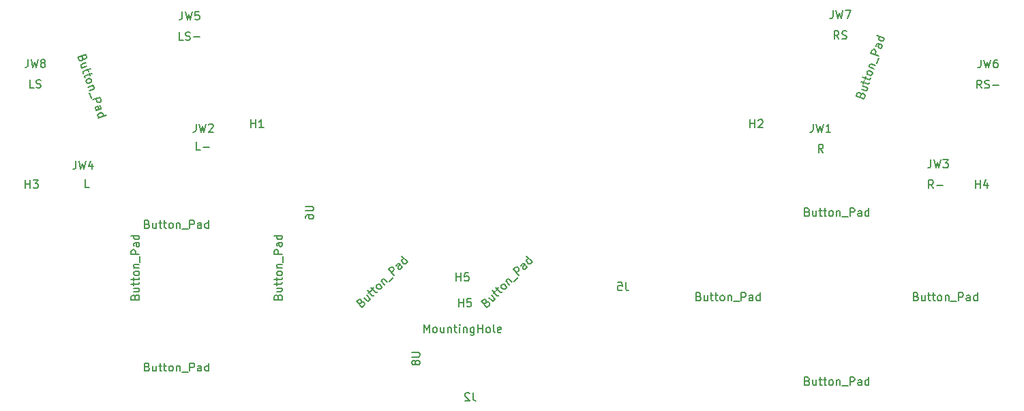
<source format=gbr>
G04 #@! TF.GenerationSoftware,KiCad,Pcbnew,(7.0.0-0)*
G04 #@! TF.CreationDate,2023-05-07T01:27:25-06:00*
G04 #@! TF.ProjectId,snes_controller_pcb,736e6573-5f63-46f6-9e74-726f6c6c6572,4a*
G04 #@! TF.SameCoordinates,Original*
G04 #@! TF.FileFunction,AssemblyDrawing,Top*
%FSLAX46Y46*%
G04 Gerber Fmt 4.6, Leading zero omitted, Abs format (unit mm)*
G04 Created by KiCad (PCBNEW (7.0.0-0)) date 2023-05-07 01:27:25*
%MOMM*%
%LPD*%
G01*
G04 APERTURE LIST*
%ADD10C,0.150000*%
G04 APERTURE END LIST*
D10*
X83933868Y-79209669D02*
X83934564Y-79360253D01*
X83934564Y-79360253D02*
X83904726Y-79420625D01*
X83904726Y-79420625D02*
X83829783Y-79496265D01*
X83829783Y-79496265D02*
X83694468Y-79542067D01*
X83694468Y-79542067D02*
X83588990Y-79527496D01*
X83588990Y-79527496D02*
X83528617Y-79497658D01*
X83528617Y-79497658D02*
X83452977Y-79422715D01*
X83452977Y-79422715D02*
X83330839Y-79061873D01*
X83330839Y-79061873D02*
X84278049Y-78741260D01*
X84278049Y-78741260D02*
X84384920Y-79056997D01*
X84384920Y-79056997D02*
X84370350Y-79162474D01*
X84370350Y-79162474D02*
X84340512Y-79222847D01*
X84340512Y-79222847D02*
X84265568Y-79298487D01*
X84265568Y-79298487D02*
X84175358Y-79329021D01*
X84175358Y-79329021D02*
X84069880Y-79314451D01*
X84069880Y-79314451D02*
X84009508Y-79284613D01*
X84009508Y-79284613D02*
X83933868Y-79209669D01*
X83933868Y-79209669D02*
X83826997Y-78893933D01*
X84420331Y-80201288D02*
X83788858Y-80415030D01*
X84282926Y-79795341D02*
X83786768Y-79963281D01*
X83786768Y-79963281D02*
X83711825Y-80038921D01*
X83711825Y-80038921D02*
X83697254Y-80144399D01*
X83697254Y-80144399D02*
X83743056Y-80279715D01*
X83743056Y-80279715D02*
X83818696Y-80354658D01*
X83818696Y-80354658D02*
X83879068Y-80384496D01*
X84527202Y-80517025D02*
X84649340Y-80877867D01*
X84888741Y-80545470D02*
X84076846Y-80820281D01*
X84076846Y-80820281D02*
X84001903Y-80895921D01*
X84001903Y-80895921D02*
X83987332Y-81001399D01*
X83987332Y-81001399D02*
X84017867Y-81091609D01*
X84710410Y-81058289D02*
X84832548Y-81419131D01*
X85071948Y-81086733D02*
X84260054Y-81361545D01*
X84260054Y-81361545D02*
X84185111Y-81437184D01*
X84185111Y-81437184D02*
X84170540Y-81542662D01*
X84170540Y-81542662D02*
X84201075Y-81632873D01*
X84353747Y-82083926D02*
X84368318Y-81978448D01*
X84368318Y-81978448D02*
X84398156Y-81918075D01*
X84398156Y-81918075D02*
X84473099Y-81842435D01*
X84473099Y-81842435D02*
X84743731Y-81750832D01*
X84743731Y-81750832D02*
X84849209Y-81765402D01*
X84849209Y-81765402D02*
X84909581Y-81795240D01*
X84909581Y-81795240D02*
X84985221Y-81870184D01*
X84985221Y-81870184D02*
X85031023Y-82005499D01*
X85031023Y-82005499D02*
X85016452Y-82110977D01*
X85016452Y-82110977D02*
X84986614Y-82171350D01*
X84986614Y-82171350D02*
X84911671Y-82246989D01*
X84911671Y-82246989D02*
X84641039Y-82338593D01*
X84641039Y-82338593D02*
X84535562Y-82324023D01*
X84535562Y-82324023D02*
X84475189Y-82294185D01*
X84475189Y-82294185D02*
X84399549Y-82219241D01*
X84399549Y-82219241D02*
X84353747Y-82083926D01*
X85229498Y-82591868D02*
X84598024Y-82805610D01*
X85139287Y-82622402D02*
X85199660Y-82652240D01*
X85199660Y-82652240D02*
X85275299Y-82727183D01*
X85275299Y-82727183D02*
X85321101Y-82862499D01*
X85321101Y-82862499D02*
X85306531Y-82967977D01*
X85306531Y-82967977D02*
X85231587Y-83043617D01*
X85231587Y-83043617D02*
X84735430Y-83211557D01*
X84721556Y-83467618D02*
X84965832Y-84189302D01*
X85132379Y-84384294D02*
X86079589Y-84063681D01*
X86079589Y-84063681D02*
X86201728Y-84424523D01*
X86201728Y-84424523D02*
X86187157Y-84530001D01*
X86187157Y-84530001D02*
X86157319Y-84590373D01*
X86157319Y-84590373D02*
X86082376Y-84666013D01*
X86082376Y-84666013D02*
X85947060Y-84711815D01*
X85947060Y-84711815D02*
X85841582Y-84697244D01*
X85841582Y-84697244D02*
X85781210Y-84667406D01*
X85781210Y-84667406D02*
X85705570Y-84592463D01*
X85705570Y-84592463D02*
X85583432Y-84231621D01*
X85590398Y-85737451D02*
X86086556Y-85569511D01*
X86086556Y-85569511D02*
X86161499Y-85493871D01*
X86161499Y-85493871D02*
X86176069Y-85388394D01*
X86176069Y-85388394D02*
X86115000Y-85207973D01*
X86115000Y-85207973D02*
X86039360Y-85133029D01*
X85635503Y-85722184D02*
X85559863Y-85647241D01*
X85559863Y-85647241D02*
X85483527Y-85421715D01*
X85483527Y-85421715D02*
X85498097Y-85316237D01*
X85498097Y-85316237D02*
X85573041Y-85240597D01*
X85573041Y-85240597D02*
X85663251Y-85210062D01*
X85663251Y-85210062D02*
X85768729Y-85224633D01*
X85768729Y-85224633D02*
X85844369Y-85299576D01*
X85844369Y-85299576D02*
X85920705Y-85525103D01*
X85920705Y-85525103D02*
X85996345Y-85600046D01*
X85880476Y-86594451D02*
X86827686Y-86273838D01*
X85925581Y-86579184D02*
X85849942Y-86504241D01*
X85849942Y-86504241D02*
X85788872Y-86323820D01*
X85788872Y-86323820D02*
X85803443Y-86218342D01*
X85803443Y-86218342D02*
X85833281Y-86157969D01*
X85833281Y-86157969D02*
X85908224Y-86082330D01*
X85908224Y-86082330D02*
X86178856Y-85990726D01*
X86178856Y-85990726D02*
X86284334Y-86005297D01*
X86284334Y-86005297D02*
X86344706Y-86035134D01*
X86344706Y-86035134D02*
X86420346Y-86110078D01*
X86420346Y-86110078D02*
X86481415Y-86290499D01*
X86481415Y-86290499D02*
X86466844Y-86395977D01*
X133999891Y-109539869D02*
X134134578Y-109472525D01*
X134134578Y-109472525D02*
X134201921Y-109472525D01*
X134201921Y-109472525D02*
X134302936Y-109506197D01*
X134302936Y-109506197D02*
X134403952Y-109607212D01*
X134403952Y-109607212D02*
X134437623Y-109708228D01*
X134437623Y-109708228D02*
X134437623Y-109775571D01*
X134437623Y-109775571D02*
X134403952Y-109876587D01*
X134403952Y-109876587D02*
X134134578Y-110145961D01*
X134134578Y-110145961D02*
X133427471Y-109438854D01*
X133427471Y-109438854D02*
X133663173Y-109203151D01*
X133663173Y-109203151D02*
X133764188Y-109169480D01*
X133764188Y-109169480D02*
X133831532Y-109169480D01*
X133831532Y-109169480D02*
X133932547Y-109203151D01*
X133932547Y-109203151D02*
X133999891Y-109270495D01*
X133999891Y-109270495D02*
X134033562Y-109371510D01*
X134033562Y-109371510D02*
X134033562Y-109438854D01*
X134033562Y-109438854D02*
X133999891Y-109539869D01*
X133999891Y-109539869D02*
X133764188Y-109775571D01*
X134673326Y-108664403D02*
X135144730Y-109135808D01*
X134370280Y-108967449D02*
X134740669Y-109337838D01*
X134740669Y-109337838D02*
X134841684Y-109371510D01*
X134841684Y-109371510D02*
X134942700Y-109337838D01*
X134942700Y-109337838D02*
X135043715Y-109236823D01*
X135043715Y-109236823D02*
X135077387Y-109135808D01*
X135077387Y-109135808D02*
X135077387Y-109068464D01*
X134909028Y-108428701D02*
X135178402Y-108159327D01*
X134774341Y-108091984D02*
X135380432Y-108698075D01*
X135380432Y-108698075D02*
X135481448Y-108731747D01*
X135481448Y-108731747D02*
X135582463Y-108698075D01*
X135582463Y-108698075D02*
X135649806Y-108630732D01*
X135313089Y-108024640D02*
X135582463Y-107755266D01*
X135178402Y-107687922D02*
X135784494Y-108294014D01*
X135784494Y-108294014D02*
X135885509Y-108327686D01*
X135885509Y-108327686D02*
X135986524Y-108294014D01*
X135986524Y-108294014D02*
X136053868Y-108226670D01*
X136390586Y-107889952D02*
X136289570Y-107923624D01*
X136289570Y-107923624D02*
X136222227Y-107923624D01*
X136222227Y-107923624D02*
X136121212Y-107889952D01*
X136121212Y-107889952D02*
X135919181Y-107687922D01*
X135919181Y-107687922D02*
X135885509Y-107586907D01*
X135885509Y-107586907D02*
X135885509Y-107519563D01*
X135885509Y-107519563D02*
X135919181Y-107418548D01*
X135919181Y-107418548D02*
X136020196Y-107317533D01*
X136020196Y-107317533D02*
X136121212Y-107283861D01*
X136121212Y-107283861D02*
X136188555Y-107283861D01*
X136188555Y-107283861D02*
X136289570Y-107317533D01*
X136289570Y-107317533D02*
X136491601Y-107519563D01*
X136491601Y-107519563D02*
X136525273Y-107620578D01*
X136525273Y-107620578D02*
X136525273Y-107687922D01*
X136525273Y-107687922D02*
X136491601Y-107788937D01*
X136491601Y-107788937D02*
X136390586Y-107889952D01*
X136457929Y-106879800D02*
X136929334Y-107351204D01*
X136525273Y-106947143D02*
X136525273Y-106879800D01*
X136525273Y-106879800D02*
X136558944Y-106778785D01*
X136558944Y-106778785D02*
X136659960Y-106677769D01*
X136659960Y-106677769D02*
X136760975Y-106644098D01*
X136760975Y-106644098D02*
X136861990Y-106677769D01*
X136861990Y-106677769D02*
X137232379Y-107048159D01*
X137468082Y-106947143D02*
X138006830Y-106408395D01*
X138107845Y-106172693D02*
X137400738Y-105465586D01*
X137400738Y-105465586D02*
X137670112Y-105196212D01*
X137670112Y-105196212D02*
X137771128Y-105162540D01*
X137771128Y-105162540D02*
X137838471Y-105162540D01*
X137838471Y-105162540D02*
X137939487Y-105196212D01*
X137939487Y-105196212D02*
X138040502Y-105297227D01*
X138040502Y-105297227D02*
X138074174Y-105398243D01*
X138074174Y-105398243D02*
X138074174Y-105465586D01*
X138074174Y-105465586D02*
X138040502Y-105566601D01*
X138040502Y-105566601D02*
X137771128Y-105835975D01*
X139117998Y-105162540D02*
X138747609Y-104792151D01*
X138747609Y-104792151D02*
X138646593Y-104758479D01*
X138646593Y-104758479D02*
X138545578Y-104792151D01*
X138545578Y-104792151D02*
X138410891Y-104926838D01*
X138410891Y-104926838D02*
X138377219Y-105027853D01*
X139084326Y-105128869D02*
X139050654Y-105229884D01*
X139050654Y-105229884D02*
X138882296Y-105398243D01*
X138882296Y-105398243D02*
X138781280Y-105431914D01*
X138781280Y-105431914D02*
X138680265Y-105398243D01*
X138680265Y-105398243D02*
X138612922Y-105330899D01*
X138612922Y-105330899D02*
X138579250Y-105229884D01*
X138579250Y-105229884D02*
X138612922Y-105128869D01*
X138612922Y-105128869D02*
X138781280Y-104960510D01*
X138781280Y-104960510D02*
X138814952Y-104859495D01*
X139757761Y-104522777D02*
X139050654Y-103815670D01*
X139724089Y-104489105D02*
X139690418Y-104590120D01*
X139690418Y-104590120D02*
X139555731Y-104724807D01*
X139555731Y-104724807D02*
X139454715Y-104758479D01*
X139454715Y-104758479D02*
X139387372Y-104758479D01*
X139387372Y-104758479D02*
X139286357Y-104724807D01*
X139286357Y-104724807D02*
X139084326Y-104522777D01*
X139084326Y-104522777D02*
X139050654Y-104421762D01*
X139050654Y-104421762D02*
X139050654Y-104354418D01*
X139050654Y-104354418D02*
X139084326Y-104253403D01*
X139084326Y-104253403D02*
X139219013Y-104118716D01*
X139219013Y-104118716D02*
X139320028Y-104085044D01*
X160424942Y-108809571D02*
X160567799Y-108857190D01*
X160567799Y-108857190D02*
X160615418Y-108904809D01*
X160615418Y-108904809D02*
X160663037Y-109000047D01*
X160663037Y-109000047D02*
X160663037Y-109142904D01*
X160663037Y-109142904D02*
X160615418Y-109238142D01*
X160615418Y-109238142D02*
X160567799Y-109285761D01*
X160567799Y-109285761D02*
X160472561Y-109333380D01*
X160472561Y-109333380D02*
X160091609Y-109333380D01*
X160091609Y-109333380D02*
X160091609Y-108333380D01*
X160091609Y-108333380D02*
X160424942Y-108333380D01*
X160424942Y-108333380D02*
X160520180Y-108381000D01*
X160520180Y-108381000D02*
X160567799Y-108428619D01*
X160567799Y-108428619D02*
X160615418Y-108523857D01*
X160615418Y-108523857D02*
X160615418Y-108619095D01*
X160615418Y-108619095D02*
X160567799Y-108714333D01*
X160567799Y-108714333D02*
X160520180Y-108761952D01*
X160520180Y-108761952D02*
X160424942Y-108809571D01*
X160424942Y-108809571D02*
X160091609Y-108809571D01*
X161520180Y-108666714D02*
X161520180Y-109333380D01*
X161091609Y-108666714D02*
X161091609Y-109190523D01*
X161091609Y-109190523D02*
X161139228Y-109285761D01*
X161139228Y-109285761D02*
X161234466Y-109333380D01*
X161234466Y-109333380D02*
X161377323Y-109333380D01*
X161377323Y-109333380D02*
X161472561Y-109285761D01*
X161472561Y-109285761D02*
X161520180Y-109238142D01*
X161853514Y-108666714D02*
X162234466Y-108666714D01*
X161996371Y-108333380D02*
X161996371Y-109190523D01*
X161996371Y-109190523D02*
X162043990Y-109285761D01*
X162043990Y-109285761D02*
X162139228Y-109333380D01*
X162139228Y-109333380D02*
X162234466Y-109333380D01*
X162424943Y-108666714D02*
X162805895Y-108666714D01*
X162567800Y-108333380D02*
X162567800Y-109190523D01*
X162567800Y-109190523D02*
X162615419Y-109285761D01*
X162615419Y-109285761D02*
X162710657Y-109333380D01*
X162710657Y-109333380D02*
X162805895Y-109333380D01*
X163282086Y-109333380D02*
X163186848Y-109285761D01*
X163186848Y-109285761D02*
X163139229Y-109238142D01*
X163139229Y-109238142D02*
X163091610Y-109142904D01*
X163091610Y-109142904D02*
X163091610Y-108857190D01*
X163091610Y-108857190D02*
X163139229Y-108761952D01*
X163139229Y-108761952D02*
X163186848Y-108714333D01*
X163186848Y-108714333D02*
X163282086Y-108666714D01*
X163282086Y-108666714D02*
X163424943Y-108666714D01*
X163424943Y-108666714D02*
X163520181Y-108714333D01*
X163520181Y-108714333D02*
X163567800Y-108761952D01*
X163567800Y-108761952D02*
X163615419Y-108857190D01*
X163615419Y-108857190D02*
X163615419Y-109142904D01*
X163615419Y-109142904D02*
X163567800Y-109238142D01*
X163567800Y-109238142D02*
X163520181Y-109285761D01*
X163520181Y-109285761D02*
X163424943Y-109333380D01*
X163424943Y-109333380D02*
X163282086Y-109333380D01*
X164043991Y-108666714D02*
X164043991Y-109333380D01*
X164043991Y-108761952D02*
X164091610Y-108714333D01*
X164091610Y-108714333D02*
X164186848Y-108666714D01*
X164186848Y-108666714D02*
X164329705Y-108666714D01*
X164329705Y-108666714D02*
X164424943Y-108714333D01*
X164424943Y-108714333D02*
X164472562Y-108809571D01*
X164472562Y-108809571D02*
X164472562Y-109333380D01*
X164710658Y-109428619D02*
X165472562Y-109428619D01*
X165710658Y-109333380D02*
X165710658Y-108333380D01*
X165710658Y-108333380D02*
X166091610Y-108333380D01*
X166091610Y-108333380D02*
X166186848Y-108381000D01*
X166186848Y-108381000D02*
X166234467Y-108428619D01*
X166234467Y-108428619D02*
X166282086Y-108523857D01*
X166282086Y-108523857D02*
X166282086Y-108666714D01*
X166282086Y-108666714D02*
X166234467Y-108761952D01*
X166234467Y-108761952D02*
X166186848Y-108809571D01*
X166186848Y-108809571D02*
X166091610Y-108857190D01*
X166091610Y-108857190D02*
X165710658Y-108857190D01*
X167139229Y-109333380D02*
X167139229Y-108809571D01*
X167139229Y-108809571D02*
X167091610Y-108714333D01*
X167091610Y-108714333D02*
X166996372Y-108666714D01*
X166996372Y-108666714D02*
X166805896Y-108666714D01*
X166805896Y-108666714D02*
X166710658Y-108714333D01*
X167139229Y-109285761D02*
X167043991Y-109333380D01*
X167043991Y-109333380D02*
X166805896Y-109333380D01*
X166805896Y-109333380D02*
X166710658Y-109285761D01*
X166710658Y-109285761D02*
X166663039Y-109190523D01*
X166663039Y-109190523D02*
X166663039Y-109095285D01*
X166663039Y-109095285D02*
X166710658Y-109000047D01*
X166710658Y-109000047D02*
X166805896Y-108952428D01*
X166805896Y-108952428D02*
X167043991Y-108952428D01*
X167043991Y-108952428D02*
X167139229Y-108904809D01*
X168043991Y-109333380D02*
X168043991Y-108333380D01*
X168043991Y-109285761D02*
X167948753Y-109333380D01*
X167948753Y-109333380D02*
X167758277Y-109333380D01*
X167758277Y-109333380D02*
X167663039Y-109285761D01*
X167663039Y-109285761D02*
X167615420Y-109238142D01*
X167615420Y-109238142D02*
X167567801Y-109142904D01*
X167567801Y-109142904D02*
X167567801Y-108857190D01*
X167567801Y-108857190D02*
X167615420Y-108761952D01*
X167615420Y-108761952D02*
X167663039Y-108714333D01*
X167663039Y-108714333D02*
X167758277Y-108666714D01*
X167758277Y-108666714D02*
X167948753Y-108666714D01*
X167948753Y-108666714D02*
X168043991Y-108714333D01*
X118499891Y-109539869D02*
X118634578Y-109472525D01*
X118634578Y-109472525D02*
X118701921Y-109472525D01*
X118701921Y-109472525D02*
X118802936Y-109506197D01*
X118802936Y-109506197D02*
X118903952Y-109607212D01*
X118903952Y-109607212D02*
X118937623Y-109708228D01*
X118937623Y-109708228D02*
X118937623Y-109775571D01*
X118937623Y-109775571D02*
X118903952Y-109876587D01*
X118903952Y-109876587D02*
X118634578Y-110145961D01*
X118634578Y-110145961D02*
X117927471Y-109438854D01*
X117927471Y-109438854D02*
X118163173Y-109203151D01*
X118163173Y-109203151D02*
X118264188Y-109169480D01*
X118264188Y-109169480D02*
X118331532Y-109169480D01*
X118331532Y-109169480D02*
X118432547Y-109203151D01*
X118432547Y-109203151D02*
X118499891Y-109270495D01*
X118499891Y-109270495D02*
X118533562Y-109371510D01*
X118533562Y-109371510D02*
X118533562Y-109438854D01*
X118533562Y-109438854D02*
X118499891Y-109539869D01*
X118499891Y-109539869D02*
X118264188Y-109775571D01*
X119173326Y-108664403D02*
X119644730Y-109135808D01*
X118870280Y-108967449D02*
X119240669Y-109337838D01*
X119240669Y-109337838D02*
X119341684Y-109371510D01*
X119341684Y-109371510D02*
X119442700Y-109337838D01*
X119442700Y-109337838D02*
X119543715Y-109236823D01*
X119543715Y-109236823D02*
X119577387Y-109135808D01*
X119577387Y-109135808D02*
X119577387Y-109068464D01*
X119409028Y-108428701D02*
X119678402Y-108159327D01*
X119274341Y-108091984D02*
X119880432Y-108698075D01*
X119880432Y-108698075D02*
X119981448Y-108731747D01*
X119981448Y-108731747D02*
X120082463Y-108698075D01*
X120082463Y-108698075D02*
X120149806Y-108630732D01*
X119813089Y-108024640D02*
X120082463Y-107755266D01*
X119678402Y-107687922D02*
X120284494Y-108294014D01*
X120284494Y-108294014D02*
X120385509Y-108327686D01*
X120385509Y-108327686D02*
X120486524Y-108294014D01*
X120486524Y-108294014D02*
X120553868Y-108226670D01*
X120890586Y-107889952D02*
X120789570Y-107923624D01*
X120789570Y-107923624D02*
X120722227Y-107923624D01*
X120722227Y-107923624D02*
X120621212Y-107889952D01*
X120621212Y-107889952D02*
X120419181Y-107687922D01*
X120419181Y-107687922D02*
X120385509Y-107586907D01*
X120385509Y-107586907D02*
X120385509Y-107519563D01*
X120385509Y-107519563D02*
X120419181Y-107418548D01*
X120419181Y-107418548D02*
X120520196Y-107317533D01*
X120520196Y-107317533D02*
X120621212Y-107283861D01*
X120621212Y-107283861D02*
X120688555Y-107283861D01*
X120688555Y-107283861D02*
X120789570Y-107317533D01*
X120789570Y-107317533D02*
X120991601Y-107519563D01*
X120991601Y-107519563D02*
X121025273Y-107620578D01*
X121025273Y-107620578D02*
X121025273Y-107687922D01*
X121025273Y-107687922D02*
X120991601Y-107788937D01*
X120991601Y-107788937D02*
X120890586Y-107889952D01*
X120957929Y-106879800D02*
X121429334Y-107351204D01*
X121025273Y-106947143D02*
X121025273Y-106879800D01*
X121025273Y-106879800D02*
X121058944Y-106778785D01*
X121058944Y-106778785D02*
X121159960Y-106677769D01*
X121159960Y-106677769D02*
X121260975Y-106644098D01*
X121260975Y-106644098D02*
X121361990Y-106677769D01*
X121361990Y-106677769D02*
X121732379Y-107048159D01*
X121968082Y-106947143D02*
X122506830Y-106408395D01*
X122607845Y-106172693D02*
X121900738Y-105465586D01*
X121900738Y-105465586D02*
X122170112Y-105196212D01*
X122170112Y-105196212D02*
X122271128Y-105162540D01*
X122271128Y-105162540D02*
X122338471Y-105162540D01*
X122338471Y-105162540D02*
X122439487Y-105196212D01*
X122439487Y-105196212D02*
X122540502Y-105297227D01*
X122540502Y-105297227D02*
X122574174Y-105398243D01*
X122574174Y-105398243D02*
X122574174Y-105465586D01*
X122574174Y-105465586D02*
X122540502Y-105566601D01*
X122540502Y-105566601D02*
X122271128Y-105835975D01*
X123617998Y-105162540D02*
X123247609Y-104792151D01*
X123247609Y-104792151D02*
X123146593Y-104758479D01*
X123146593Y-104758479D02*
X123045578Y-104792151D01*
X123045578Y-104792151D02*
X122910891Y-104926838D01*
X122910891Y-104926838D02*
X122877219Y-105027853D01*
X123584326Y-105128869D02*
X123550654Y-105229884D01*
X123550654Y-105229884D02*
X123382296Y-105398243D01*
X123382296Y-105398243D02*
X123281280Y-105431914D01*
X123281280Y-105431914D02*
X123180265Y-105398243D01*
X123180265Y-105398243D02*
X123112922Y-105330899D01*
X123112922Y-105330899D02*
X123079250Y-105229884D01*
X123079250Y-105229884D02*
X123112922Y-105128869D01*
X123112922Y-105128869D02*
X123281280Y-104960510D01*
X123281280Y-104960510D02*
X123314952Y-104859495D01*
X124257761Y-104522777D02*
X123550654Y-103815670D01*
X124224089Y-104489105D02*
X124190418Y-104590120D01*
X124190418Y-104590120D02*
X124055731Y-104724807D01*
X124055731Y-104724807D02*
X123954715Y-104758479D01*
X123954715Y-104758479D02*
X123887372Y-104758479D01*
X123887372Y-104758479D02*
X123786357Y-104724807D01*
X123786357Y-104724807D02*
X123584326Y-104522777D01*
X123584326Y-104522777D02*
X123550654Y-104421762D01*
X123550654Y-104421762D02*
X123550654Y-104354418D01*
X123550654Y-104354418D02*
X123584326Y-104253403D01*
X123584326Y-104253403D02*
X123719013Y-104118716D01*
X123719013Y-104118716D02*
X123820028Y-104085044D01*
X98515272Y-90628388D02*
X98039082Y-90628388D01*
X98039082Y-90628388D02*
X98039082Y-89628388D01*
X98848606Y-90247436D02*
X99610511Y-90247436D01*
X97998038Y-87378380D02*
X97998038Y-88092666D01*
X97998038Y-88092666D02*
X97950419Y-88235523D01*
X97950419Y-88235523D02*
X97855181Y-88330761D01*
X97855181Y-88330761D02*
X97712324Y-88378380D01*
X97712324Y-88378380D02*
X97617086Y-88378380D01*
X98378991Y-87378380D02*
X98617086Y-88378380D01*
X98617086Y-88378380D02*
X98807562Y-87664095D01*
X98807562Y-87664095D02*
X98998038Y-88378380D01*
X98998038Y-88378380D02*
X99236134Y-87378380D01*
X99569467Y-87473619D02*
X99617086Y-87426000D01*
X99617086Y-87426000D02*
X99712324Y-87378380D01*
X99712324Y-87378380D02*
X99950419Y-87378380D01*
X99950419Y-87378380D02*
X100045657Y-87426000D01*
X100045657Y-87426000D02*
X100093276Y-87473619D01*
X100093276Y-87473619D02*
X100140895Y-87568857D01*
X100140895Y-87568857D02*
X100140895Y-87664095D01*
X100140895Y-87664095D02*
X100093276Y-87806952D01*
X100093276Y-87806952D02*
X99521848Y-88378380D01*
X99521848Y-88378380D02*
X100140895Y-88378380D01*
X195562285Y-82937380D02*
X195228952Y-82461190D01*
X194990857Y-82937380D02*
X194990857Y-81937380D01*
X194990857Y-81937380D02*
X195371809Y-81937380D01*
X195371809Y-81937380D02*
X195467047Y-81985000D01*
X195467047Y-81985000D02*
X195514666Y-82032619D01*
X195514666Y-82032619D02*
X195562285Y-82127857D01*
X195562285Y-82127857D02*
X195562285Y-82270714D01*
X195562285Y-82270714D02*
X195514666Y-82365952D01*
X195514666Y-82365952D02*
X195467047Y-82413571D01*
X195467047Y-82413571D02*
X195371809Y-82461190D01*
X195371809Y-82461190D02*
X194990857Y-82461190D01*
X195943238Y-82889761D02*
X196086095Y-82937380D01*
X196086095Y-82937380D02*
X196324190Y-82937380D01*
X196324190Y-82937380D02*
X196419428Y-82889761D01*
X196419428Y-82889761D02*
X196467047Y-82842142D01*
X196467047Y-82842142D02*
X196514666Y-82746904D01*
X196514666Y-82746904D02*
X196514666Y-82651666D01*
X196514666Y-82651666D02*
X196467047Y-82556428D01*
X196467047Y-82556428D02*
X196419428Y-82508809D01*
X196419428Y-82508809D02*
X196324190Y-82461190D01*
X196324190Y-82461190D02*
X196133714Y-82413571D01*
X196133714Y-82413571D02*
X196038476Y-82365952D01*
X196038476Y-82365952D02*
X195990857Y-82318333D01*
X195990857Y-82318333D02*
X195943238Y-82223095D01*
X195943238Y-82223095D02*
X195943238Y-82127857D01*
X195943238Y-82127857D02*
X195990857Y-82032619D01*
X195990857Y-82032619D02*
X196038476Y-81985000D01*
X196038476Y-81985000D02*
X196133714Y-81937380D01*
X196133714Y-81937380D02*
X196371809Y-81937380D01*
X196371809Y-81937380D02*
X196514666Y-81985000D01*
X196943238Y-82556428D02*
X197705143Y-82556428D01*
X195445238Y-79397380D02*
X195445238Y-80111666D01*
X195445238Y-80111666D02*
X195397619Y-80254523D01*
X195397619Y-80254523D02*
X195302381Y-80349761D01*
X195302381Y-80349761D02*
X195159524Y-80397380D01*
X195159524Y-80397380D02*
X195064286Y-80397380D01*
X195826191Y-79397380D02*
X196064286Y-80397380D01*
X196064286Y-80397380D02*
X196254762Y-79683095D01*
X196254762Y-79683095D02*
X196445238Y-80397380D01*
X196445238Y-80397380D02*
X196683334Y-79397380D01*
X197492857Y-79397380D02*
X197302381Y-79397380D01*
X197302381Y-79397380D02*
X197207143Y-79445000D01*
X197207143Y-79445000D02*
X197159524Y-79492619D01*
X197159524Y-79492619D02*
X197064286Y-79635476D01*
X197064286Y-79635476D02*
X197016667Y-79825952D01*
X197016667Y-79825952D02*
X197016667Y-80206904D01*
X197016667Y-80206904D02*
X197064286Y-80302142D01*
X197064286Y-80302142D02*
X197111905Y-80349761D01*
X197111905Y-80349761D02*
X197207143Y-80397380D01*
X197207143Y-80397380D02*
X197397619Y-80397380D01*
X197397619Y-80397380D02*
X197492857Y-80349761D01*
X197492857Y-80349761D02*
X197540476Y-80302142D01*
X197540476Y-80302142D02*
X197588095Y-80206904D01*
X197588095Y-80206904D02*
X197588095Y-79968809D01*
X197588095Y-79968809D02*
X197540476Y-79873571D01*
X197540476Y-79873571D02*
X197492857Y-79825952D01*
X197492857Y-79825952D02*
X197397619Y-79778333D01*
X197397619Y-79778333D02*
X197207143Y-79778333D01*
X197207143Y-79778333D02*
X197111905Y-79825952D01*
X197111905Y-79825952D02*
X197064286Y-79873571D01*
X197064286Y-79873571D02*
X197016667Y-79968809D01*
X166805895Y-87839380D02*
X166805895Y-86839380D01*
X166805895Y-87315571D02*
X167377323Y-87315571D01*
X167377323Y-87839380D02*
X167377323Y-86839380D01*
X167805895Y-86934619D02*
X167853514Y-86887000D01*
X167853514Y-86887000D02*
X167948752Y-86839380D01*
X167948752Y-86839380D02*
X168186847Y-86839380D01*
X168186847Y-86839380D02*
X168282085Y-86887000D01*
X168282085Y-86887000D02*
X168329704Y-86934619D01*
X168329704Y-86934619D02*
X168377323Y-87029857D01*
X168377323Y-87029857D02*
X168377323Y-87125095D01*
X168377323Y-87125095D02*
X168329704Y-87267952D01*
X168329704Y-87267952D02*
X167758276Y-87839380D01*
X167758276Y-87839380D02*
X168377323Y-87839380D01*
X91940942Y-99809571D02*
X92083799Y-99857190D01*
X92083799Y-99857190D02*
X92131418Y-99904809D01*
X92131418Y-99904809D02*
X92179037Y-100000047D01*
X92179037Y-100000047D02*
X92179037Y-100142904D01*
X92179037Y-100142904D02*
X92131418Y-100238142D01*
X92131418Y-100238142D02*
X92083799Y-100285761D01*
X92083799Y-100285761D02*
X91988561Y-100333380D01*
X91988561Y-100333380D02*
X91607609Y-100333380D01*
X91607609Y-100333380D02*
X91607609Y-99333380D01*
X91607609Y-99333380D02*
X91940942Y-99333380D01*
X91940942Y-99333380D02*
X92036180Y-99381000D01*
X92036180Y-99381000D02*
X92083799Y-99428619D01*
X92083799Y-99428619D02*
X92131418Y-99523857D01*
X92131418Y-99523857D02*
X92131418Y-99619095D01*
X92131418Y-99619095D02*
X92083799Y-99714333D01*
X92083799Y-99714333D02*
X92036180Y-99761952D01*
X92036180Y-99761952D02*
X91940942Y-99809571D01*
X91940942Y-99809571D02*
X91607609Y-99809571D01*
X93036180Y-99666714D02*
X93036180Y-100333380D01*
X92607609Y-99666714D02*
X92607609Y-100190523D01*
X92607609Y-100190523D02*
X92655228Y-100285761D01*
X92655228Y-100285761D02*
X92750466Y-100333380D01*
X92750466Y-100333380D02*
X92893323Y-100333380D01*
X92893323Y-100333380D02*
X92988561Y-100285761D01*
X92988561Y-100285761D02*
X93036180Y-100238142D01*
X93369514Y-99666714D02*
X93750466Y-99666714D01*
X93512371Y-99333380D02*
X93512371Y-100190523D01*
X93512371Y-100190523D02*
X93559990Y-100285761D01*
X93559990Y-100285761D02*
X93655228Y-100333380D01*
X93655228Y-100333380D02*
X93750466Y-100333380D01*
X93940943Y-99666714D02*
X94321895Y-99666714D01*
X94083800Y-99333380D02*
X94083800Y-100190523D01*
X94083800Y-100190523D02*
X94131419Y-100285761D01*
X94131419Y-100285761D02*
X94226657Y-100333380D01*
X94226657Y-100333380D02*
X94321895Y-100333380D01*
X94798086Y-100333380D02*
X94702848Y-100285761D01*
X94702848Y-100285761D02*
X94655229Y-100238142D01*
X94655229Y-100238142D02*
X94607610Y-100142904D01*
X94607610Y-100142904D02*
X94607610Y-99857190D01*
X94607610Y-99857190D02*
X94655229Y-99761952D01*
X94655229Y-99761952D02*
X94702848Y-99714333D01*
X94702848Y-99714333D02*
X94798086Y-99666714D01*
X94798086Y-99666714D02*
X94940943Y-99666714D01*
X94940943Y-99666714D02*
X95036181Y-99714333D01*
X95036181Y-99714333D02*
X95083800Y-99761952D01*
X95083800Y-99761952D02*
X95131419Y-99857190D01*
X95131419Y-99857190D02*
X95131419Y-100142904D01*
X95131419Y-100142904D02*
X95083800Y-100238142D01*
X95083800Y-100238142D02*
X95036181Y-100285761D01*
X95036181Y-100285761D02*
X94940943Y-100333380D01*
X94940943Y-100333380D02*
X94798086Y-100333380D01*
X95559991Y-99666714D02*
X95559991Y-100333380D01*
X95559991Y-99761952D02*
X95607610Y-99714333D01*
X95607610Y-99714333D02*
X95702848Y-99666714D01*
X95702848Y-99666714D02*
X95845705Y-99666714D01*
X95845705Y-99666714D02*
X95940943Y-99714333D01*
X95940943Y-99714333D02*
X95988562Y-99809571D01*
X95988562Y-99809571D02*
X95988562Y-100333380D01*
X96226658Y-100428619D02*
X96988562Y-100428619D01*
X97226658Y-100333380D02*
X97226658Y-99333380D01*
X97226658Y-99333380D02*
X97607610Y-99333380D01*
X97607610Y-99333380D02*
X97702848Y-99381000D01*
X97702848Y-99381000D02*
X97750467Y-99428619D01*
X97750467Y-99428619D02*
X97798086Y-99523857D01*
X97798086Y-99523857D02*
X97798086Y-99666714D01*
X97798086Y-99666714D02*
X97750467Y-99761952D01*
X97750467Y-99761952D02*
X97702848Y-99809571D01*
X97702848Y-99809571D02*
X97607610Y-99857190D01*
X97607610Y-99857190D02*
X97226658Y-99857190D01*
X98655229Y-100333380D02*
X98655229Y-99809571D01*
X98655229Y-99809571D02*
X98607610Y-99714333D01*
X98607610Y-99714333D02*
X98512372Y-99666714D01*
X98512372Y-99666714D02*
X98321896Y-99666714D01*
X98321896Y-99666714D02*
X98226658Y-99714333D01*
X98655229Y-100285761D02*
X98559991Y-100333380D01*
X98559991Y-100333380D02*
X98321896Y-100333380D01*
X98321896Y-100333380D02*
X98226658Y-100285761D01*
X98226658Y-100285761D02*
X98179039Y-100190523D01*
X98179039Y-100190523D02*
X98179039Y-100095285D01*
X98179039Y-100095285D02*
X98226658Y-100000047D01*
X98226658Y-100000047D02*
X98321896Y-99952428D01*
X98321896Y-99952428D02*
X98559991Y-99952428D01*
X98559991Y-99952428D02*
X98655229Y-99904809D01*
X99559991Y-100333380D02*
X99559991Y-99333380D01*
X99559991Y-100285761D02*
X99464753Y-100333380D01*
X99464753Y-100333380D02*
X99274277Y-100333380D01*
X99274277Y-100333380D02*
X99179039Y-100285761D01*
X99179039Y-100285761D02*
X99131420Y-100238142D01*
X99131420Y-100238142D02*
X99083801Y-100142904D01*
X99083801Y-100142904D02*
X99083801Y-99857190D01*
X99083801Y-99857190D02*
X99131420Y-99761952D01*
X99131420Y-99761952D02*
X99179039Y-99714333D01*
X99179039Y-99714333D02*
X99274277Y-99666714D01*
X99274277Y-99666714D02*
X99464753Y-99666714D01*
X99464753Y-99666714D02*
X99559991Y-99714333D01*
X194805895Y-95339380D02*
X194805895Y-94339380D01*
X194805895Y-94815571D02*
X195377323Y-94815571D01*
X195377323Y-95339380D02*
X195377323Y-94339380D01*
X196282085Y-94672714D02*
X196282085Y-95339380D01*
X196043990Y-94291761D02*
X195805895Y-95006047D01*
X195805895Y-95006047D02*
X196424942Y-95006047D01*
X175867523Y-90918380D02*
X175534190Y-90442190D01*
X175296095Y-90918380D02*
X175296095Y-89918380D01*
X175296095Y-89918380D02*
X175677047Y-89918380D01*
X175677047Y-89918380D02*
X175772285Y-89966000D01*
X175772285Y-89966000D02*
X175819904Y-90013619D01*
X175819904Y-90013619D02*
X175867523Y-90108857D01*
X175867523Y-90108857D02*
X175867523Y-90251714D01*
X175867523Y-90251714D02*
X175819904Y-90346952D01*
X175819904Y-90346952D02*
X175772285Y-90394571D01*
X175772285Y-90394571D02*
X175677047Y-90442190D01*
X175677047Y-90442190D02*
X175296095Y-90442190D01*
X174655238Y-87378380D02*
X174655238Y-88092666D01*
X174655238Y-88092666D02*
X174607619Y-88235523D01*
X174607619Y-88235523D02*
X174512381Y-88330761D01*
X174512381Y-88330761D02*
X174369524Y-88378380D01*
X174369524Y-88378380D02*
X174274286Y-88378380D01*
X175036191Y-87378380D02*
X175274286Y-88378380D01*
X175274286Y-88378380D02*
X175464762Y-87664095D01*
X175464762Y-87664095D02*
X175655238Y-88378380D01*
X175655238Y-88378380D02*
X175893334Y-87378380D01*
X176798095Y-88378380D02*
X176226667Y-88378380D01*
X176512381Y-88378380D02*
X176512381Y-87378380D01*
X176512381Y-87378380D02*
X176417143Y-87521238D01*
X176417143Y-87521238D02*
X176321905Y-87616476D01*
X176321905Y-87616476D02*
X176226667Y-87664095D01*
X130321895Y-106889380D02*
X130321895Y-105889380D01*
X130321895Y-106365571D02*
X130893323Y-106365571D01*
X130893323Y-106889380D02*
X130893323Y-105889380D01*
X131845704Y-105889380D02*
X131369514Y-105889380D01*
X131369514Y-105889380D02*
X131321895Y-106365571D01*
X131321895Y-106365571D02*
X131369514Y-106317952D01*
X131369514Y-106317952D02*
X131464752Y-106270333D01*
X131464752Y-106270333D02*
X131702847Y-106270333D01*
X131702847Y-106270333D02*
X131798085Y-106317952D01*
X131798085Y-106317952D02*
X131845704Y-106365571D01*
X131845704Y-106365571D02*
X131893323Y-106460809D01*
X131893323Y-106460809D02*
X131893323Y-106698904D01*
X131893323Y-106698904D02*
X131845704Y-106794142D01*
X131845704Y-106794142D02*
X131798085Y-106841761D01*
X131798085Y-106841761D02*
X131702847Y-106889380D01*
X131702847Y-106889380D02*
X131464752Y-106889380D01*
X131464752Y-106889380D02*
X131369514Y-106841761D01*
X131369514Y-106841761D02*
X131321895Y-106794142D01*
X126298085Y-113289380D02*
X126298085Y-112289380D01*
X126298085Y-112289380D02*
X126631418Y-113003666D01*
X126631418Y-113003666D02*
X126964751Y-112289380D01*
X126964751Y-112289380D02*
X126964751Y-113289380D01*
X127583799Y-113289380D02*
X127488561Y-113241761D01*
X127488561Y-113241761D02*
X127440942Y-113194142D01*
X127440942Y-113194142D02*
X127393323Y-113098904D01*
X127393323Y-113098904D02*
X127393323Y-112813190D01*
X127393323Y-112813190D02*
X127440942Y-112717952D01*
X127440942Y-112717952D02*
X127488561Y-112670333D01*
X127488561Y-112670333D02*
X127583799Y-112622714D01*
X127583799Y-112622714D02*
X127726656Y-112622714D01*
X127726656Y-112622714D02*
X127821894Y-112670333D01*
X127821894Y-112670333D02*
X127869513Y-112717952D01*
X127869513Y-112717952D02*
X127917132Y-112813190D01*
X127917132Y-112813190D02*
X127917132Y-113098904D01*
X127917132Y-113098904D02*
X127869513Y-113194142D01*
X127869513Y-113194142D02*
X127821894Y-113241761D01*
X127821894Y-113241761D02*
X127726656Y-113289380D01*
X127726656Y-113289380D02*
X127583799Y-113289380D01*
X128774275Y-112622714D02*
X128774275Y-113289380D01*
X128345704Y-112622714D02*
X128345704Y-113146523D01*
X128345704Y-113146523D02*
X128393323Y-113241761D01*
X128393323Y-113241761D02*
X128488561Y-113289380D01*
X128488561Y-113289380D02*
X128631418Y-113289380D01*
X128631418Y-113289380D02*
X128726656Y-113241761D01*
X128726656Y-113241761D02*
X128774275Y-113194142D01*
X129250466Y-112622714D02*
X129250466Y-113289380D01*
X129250466Y-112717952D02*
X129298085Y-112670333D01*
X129298085Y-112670333D02*
X129393323Y-112622714D01*
X129393323Y-112622714D02*
X129536180Y-112622714D01*
X129536180Y-112622714D02*
X129631418Y-112670333D01*
X129631418Y-112670333D02*
X129679037Y-112765571D01*
X129679037Y-112765571D02*
X129679037Y-113289380D01*
X130012371Y-112622714D02*
X130393323Y-112622714D01*
X130155228Y-112289380D02*
X130155228Y-113146523D01*
X130155228Y-113146523D02*
X130202847Y-113241761D01*
X130202847Y-113241761D02*
X130298085Y-113289380D01*
X130298085Y-113289380D02*
X130393323Y-113289380D01*
X130726657Y-113289380D02*
X130726657Y-112622714D01*
X130726657Y-112289380D02*
X130679038Y-112337000D01*
X130679038Y-112337000D02*
X130726657Y-112384619D01*
X130726657Y-112384619D02*
X130774276Y-112337000D01*
X130774276Y-112337000D02*
X130726657Y-112289380D01*
X130726657Y-112289380D02*
X130726657Y-112384619D01*
X131202847Y-112622714D02*
X131202847Y-113289380D01*
X131202847Y-112717952D02*
X131250466Y-112670333D01*
X131250466Y-112670333D02*
X131345704Y-112622714D01*
X131345704Y-112622714D02*
X131488561Y-112622714D01*
X131488561Y-112622714D02*
X131583799Y-112670333D01*
X131583799Y-112670333D02*
X131631418Y-112765571D01*
X131631418Y-112765571D02*
X131631418Y-113289380D01*
X132536180Y-112622714D02*
X132536180Y-113432238D01*
X132536180Y-113432238D02*
X132488561Y-113527476D01*
X132488561Y-113527476D02*
X132440942Y-113575095D01*
X132440942Y-113575095D02*
X132345704Y-113622714D01*
X132345704Y-113622714D02*
X132202847Y-113622714D01*
X132202847Y-113622714D02*
X132107609Y-113575095D01*
X132536180Y-113241761D02*
X132440942Y-113289380D01*
X132440942Y-113289380D02*
X132250466Y-113289380D01*
X132250466Y-113289380D02*
X132155228Y-113241761D01*
X132155228Y-113241761D02*
X132107609Y-113194142D01*
X132107609Y-113194142D02*
X132059990Y-113098904D01*
X132059990Y-113098904D02*
X132059990Y-112813190D01*
X132059990Y-112813190D02*
X132107609Y-112717952D01*
X132107609Y-112717952D02*
X132155228Y-112670333D01*
X132155228Y-112670333D02*
X132250466Y-112622714D01*
X132250466Y-112622714D02*
X132440942Y-112622714D01*
X132440942Y-112622714D02*
X132536180Y-112670333D01*
X133012371Y-113289380D02*
X133012371Y-112289380D01*
X133012371Y-112765571D02*
X133583799Y-112765571D01*
X133583799Y-113289380D02*
X133583799Y-112289380D01*
X134202847Y-113289380D02*
X134107609Y-113241761D01*
X134107609Y-113241761D02*
X134059990Y-113194142D01*
X134059990Y-113194142D02*
X134012371Y-113098904D01*
X134012371Y-113098904D02*
X134012371Y-112813190D01*
X134012371Y-112813190D02*
X134059990Y-112717952D01*
X134059990Y-112717952D02*
X134107609Y-112670333D01*
X134107609Y-112670333D02*
X134202847Y-112622714D01*
X134202847Y-112622714D02*
X134345704Y-112622714D01*
X134345704Y-112622714D02*
X134440942Y-112670333D01*
X134440942Y-112670333D02*
X134488561Y-112717952D01*
X134488561Y-112717952D02*
X134536180Y-112813190D01*
X134536180Y-112813190D02*
X134536180Y-113098904D01*
X134536180Y-113098904D02*
X134488561Y-113194142D01*
X134488561Y-113194142D02*
X134440942Y-113241761D01*
X134440942Y-113241761D02*
X134345704Y-113289380D01*
X134345704Y-113289380D02*
X134202847Y-113289380D01*
X135107609Y-113289380D02*
X135012371Y-113241761D01*
X135012371Y-113241761D02*
X134964752Y-113146523D01*
X134964752Y-113146523D02*
X134964752Y-112289380D01*
X135869514Y-113241761D02*
X135774276Y-113289380D01*
X135774276Y-113289380D02*
X135583800Y-113289380D01*
X135583800Y-113289380D02*
X135488562Y-113241761D01*
X135488562Y-113241761D02*
X135440943Y-113146523D01*
X135440943Y-113146523D02*
X135440943Y-112765571D01*
X135440943Y-112765571D02*
X135488562Y-112670333D01*
X135488562Y-112670333D02*
X135583800Y-112622714D01*
X135583800Y-112622714D02*
X135774276Y-112622714D01*
X135774276Y-112622714D02*
X135869514Y-112670333D01*
X135869514Y-112670333D02*
X135917133Y-112765571D01*
X135917133Y-112765571D02*
X135917133Y-112860809D01*
X135917133Y-112860809D02*
X135440943Y-112956047D01*
X130621895Y-110089380D02*
X130621895Y-109089380D01*
X130621895Y-109565571D02*
X131193323Y-109565571D01*
X131193323Y-110089380D02*
X131193323Y-109089380D01*
X132145704Y-109089380D02*
X131669514Y-109089380D01*
X131669514Y-109089380D02*
X131621895Y-109565571D01*
X131621895Y-109565571D02*
X131669514Y-109517952D01*
X131669514Y-109517952D02*
X131764752Y-109470333D01*
X131764752Y-109470333D02*
X132002847Y-109470333D01*
X132002847Y-109470333D02*
X132098085Y-109517952D01*
X132098085Y-109517952D02*
X132145704Y-109565571D01*
X132145704Y-109565571D02*
X132193323Y-109660809D01*
X132193323Y-109660809D02*
X132193323Y-109898904D01*
X132193323Y-109898904D02*
X132145704Y-109994142D01*
X132145704Y-109994142D02*
X132098085Y-110041761D01*
X132098085Y-110041761D02*
X132002847Y-110089380D01*
X132002847Y-110089380D02*
X131764752Y-110089380D01*
X131764752Y-110089380D02*
X131669514Y-110041761D01*
X131669514Y-110041761D02*
X131621895Y-109994142D01*
X189555476Y-95363380D02*
X189222143Y-94887190D01*
X188984048Y-95363380D02*
X188984048Y-94363380D01*
X188984048Y-94363380D02*
X189365000Y-94363380D01*
X189365000Y-94363380D02*
X189460238Y-94411000D01*
X189460238Y-94411000D02*
X189507857Y-94458619D01*
X189507857Y-94458619D02*
X189555476Y-94553857D01*
X189555476Y-94553857D02*
X189555476Y-94696714D01*
X189555476Y-94696714D02*
X189507857Y-94791952D01*
X189507857Y-94791952D02*
X189460238Y-94839571D01*
X189460238Y-94839571D02*
X189365000Y-94887190D01*
X189365000Y-94887190D02*
X188984048Y-94887190D01*
X189984048Y-94982428D02*
X190745953Y-94982428D01*
X189260238Y-91823380D02*
X189260238Y-92537666D01*
X189260238Y-92537666D02*
X189212619Y-92680523D01*
X189212619Y-92680523D02*
X189117381Y-92775761D01*
X189117381Y-92775761D02*
X188974524Y-92823380D01*
X188974524Y-92823380D02*
X188879286Y-92823380D01*
X189641191Y-91823380D02*
X189879286Y-92823380D01*
X189879286Y-92823380D02*
X190069762Y-92109095D01*
X190069762Y-92109095D02*
X190260238Y-92823380D01*
X190260238Y-92823380D02*
X190498334Y-91823380D01*
X190784048Y-91823380D02*
X191403095Y-91823380D01*
X191403095Y-91823380D02*
X191069762Y-92204333D01*
X191069762Y-92204333D02*
X191212619Y-92204333D01*
X191212619Y-92204333D02*
X191307857Y-92251952D01*
X191307857Y-92251952D02*
X191355476Y-92299571D01*
X191355476Y-92299571D02*
X191403095Y-92394809D01*
X191403095Y-92394809D02*
X191403095Y-92632904D01*
X191403095Y-92632904D02*
X191355476Y-92728142D01*
X191355476Y-92728142D02*
X191307857Y-92775761D01*
X191307857Y-92775761D02*
X191212619Y-92823380D01*
X191212619Y-92823380D02*
X190926905Y-92823380D01*
X190926905Y-92823380D02*
X190831667Y-92775761D01*
X190831667Y-92775761D02*
X190784048Y-92728142D01*
X187424942Y-108809571D02*
X187567799Y-108857190D01*
X187567799Y-108857190D02*
X187615418Y-108904809D01*
X187615418Y-108904809D02*
X187663037Y-109000047D01*
X187663037Y-109000047D02*
X187663037Y-109142904D01*
X187663037Y-109142904D02*
X187615418Y-109238142D01*
X187615418Y-109238142D02*
X187567799Y-109285761D01*
X187567799Y-109285761D02*
X187472561Y-109333380D01*
X187472561Y-109333380D02*
X187091609Y-109333380D01*
X187091609Y-109333380D02*
X187091609Y-108333380D01*
X187091609Y-108333380D02*
X187424942Y-108333380D01*
X187424942Y-108333380D02*
X187520180Y-108381000D01*
X187520180Y-108381000D02*
X187567799Y-108428619D01*
X187567799Y-108428619D02*
X187615418Y-108523857D01*
X187615418Y-108523857D02*
X187615418Y-108619095D01*
X187615418Y-108619095D02*
X187567799Y-108714333D01*
X187567799Y-108714333D02*
X187520180Y-108761952D01*
X187520180Y-108761952D02*
X187424942Y-108809571D01*
X187424942Y-108809571D02*
X187091609Y-108809571D01*
X188520180Y-108666714D02*
X188520180Y-109333380D01*
X188091609Y-108666714D02*
X188091609Y-109190523D01*
X188091609Y-109190523D02*
X188139228Y-109285761D01*
X188139228Y-109285761D02*
X188234466Y-109333380D01*
X188234466Y-109333380D02*
X188377323Y-109333380D01*
X188377323Y-109333380D02*
X188472561Y-109285761D01*
X188472561Y-109285761D02*
X188520180Y-109238142D01*
X188853514Y-108666714D02*
X189234466Y-108666714D01*
X188996371Y-108333380D02*
X188996371Y-109190523D01*
X188996371Y-109190523D02*
X189043990Y-109285761D01*
X189043990Y-109285761D02*
X189139228Y-109333380D01*
X189139228Y-109333380D02*
X189234466Y-109333380D01*
X189424943Y-108666714D02*
X189805895Y-108666714D01*
X189567800Y-108333380D02*
X189567800Y-109190523D01*
X189567800Y-109190523D02*
X189615419Y-109285761D01*
X189615419Y-109285761D02*
X189710657Y-109333380D01*
X189710657Y-109333380D02*
X189805895Y-109333380D01*
X190282086Y-109333380D02*
X190186848Y-109285761D01*
X190186848Y-109285761D02*
X190139229Y-109238142D01*
X190139229Y-109238142D02*
X190091610Y-109142904D01*
X190091610Y-109142904D02*
X190091610Y-108857190D01*
X190091610Y-108857190D02*
X190139229Y-108761952D01*
X190139229Y-108761952D02*
X190186848Y-108714333D01*
X190186848Y-108714333D02*
X190282086Y-108666714D01*
X190282086Y-108666714D02*
X190424943Y-108666714D01*
X190424943Y-108666714D02*
X190520181Y-108714333D01*
X190520181Y-108714333D02*
X190567800Y-108761952D01*
X190567800Y-108761952D02*
X190615419Y-108857190D01*
X190615419Y-108857190D02*
X190615419Y-109142904D01*
X190615419Y-109142904D02*
X190567800Y-109238142D01*
X190567800Y-109238142D02*
X190520181Y-109285761D01*
X190520181Y-109285761D02*
X190424943Y-109333380D01*
X190424943Y-109333380D02*
X190282086Y-109333380D01*
X191043991Y-108666714D02*
X191043991Y-109333380D01*
X191043991Y-108761952D02*
X191091610Y-108714333D01*
X191091610Y-108714333D02*
X191186848Y-108666714D01*
X191186848Y-108666714D02*
X191329705Y-108666714D01*
X191329705Y-108666714D02*
X191424943Y-108714333D01*
X191424943Y-108714333D02*
X191472562Y-108809571D01*
X191472562Y-108809571D02*
X191472562Y-109333380D01*
X191710658Y-109428619D02*
X192472562Y-109428619D01*
X192710658Y-109333380D02*
X192710658Y-108333380D01*
X192710658Y-108333380D02*
X193091610Y-108333380D01*
X193091610Y-108333380D02*
X193186848Y-108381000D01*
X193186848Y-108381000D02*
X193234467Y-108428619D01*
X193234467Y-108428619D02*
X193282086Y-108523857D01*
X193282086Y-108523857D02*
X193282086Y-108666714D01*
X193282086Y-108666714D02*
X193234467Y-108761952D01*
X193234467Y-108761952D02*
X193186848Y-108809571D01*
X193186848Y-108809571D02*
X193091610Y-108857190D01*
X193091610Y-108857190D02*
X192710658Y-108857190D01*
X194139229Y-109333380D02*
X194139229Y-108809571D01*
X194139229Y-108809571D02*
X194091610Y-108714333D01*
X194091610Y-108714333D02*
X193996372Y-108666714D01*
X193996372Y-108666714D02*
X193805896Y-108666714D01*
X193805896Y-108666714D02*
X193710658Y-108714333D01*
X194139229Y-109285761D02*
X194043991Y-109333380D01*
X194043991Y-109333380D02*
X193805896Y-109333380D01*
X193805896Y-109333380D02*
X193710658Y-109285761D01*
X193710658Y-109285761D02*
X193663039Y-109190523D01*
X193663039Y-109190523D02*
X193663039Y-109095285D01*
X193663039Y-109095285D02*
X193710658Y-109000047D01*
X193710658Y-109000047D02*
X193805896Y-108952428D01*
X193805896Y-108952428D02*
X194043991Y-108952428D01*
X194043991Y-108952428D02*
X194139229Y-108904809D01*
X195043991Y-109333380D02*
X195043991Y-108333380D01*
X195043991Y-109285761D02*
X194948753Y-109333380D01*
X194948753Y-109333380D02*
X194758277Y-109333380D01*
X194758277Y-109333380D02*
X194663039Y-109285761D01*
X194663039Y-109285761D02*
X194615420Y-109238142D01*
X194615420Y-109238142D02*
X194567801Y-109142904D01*
X194567801Y-109142904D02*
X194567801Y-108857190D01*
X194567801Y-108857190D02*
X194615420Y-108761952D01*
X194615420Y-108761952D02*
X194663039Y-108714333D01*
X194663039Y-108714333D02*
X194758277Y-108666714D01*
X194758277Y-108666714D02*
X194948753Y-108666714D01*
X194948753Y-108666714D02*
X195043991Y-108714333D01*
X177831333Y-76827380D02*
X177498000Y-76351190D01*
X177259905Y-76827380D02*
X177259905Y-75827380D01*
X177259905Y-75827380D02*
X177640857Y-75827380D01*
X177640857Y-75827380D02*
X177736095Y-75875000D01*
X177736095Y-75875000D02*
X177783714Y-75922619D01*
X177783714Y-75922619D02*
X177831333Y-76017857D01*
X177831333Y-76017857D02*
X177831333Y-76160714D01*
X177831333Y-76160714D02*
X177783714Y-76255952D01*
X177783714Y-76255952D02*
X177736095Y-76303571D01*
X177736095Y-76303571D02*
X177640857Y-76351190D01*
X177640857Y-76351190D02*
X177259905Y-76351190D01*
X178212286Y-76779761D02*
X178355143Y-76827380D01*
X178355143Y-76827380D02*
X178593238Y-76827380D01*
X178593238Y-76827380D02*
X178688476Y-76779761D01*
X178688476Y-76779761D02*
X178736095Y-76732142D01*
X178736095Y-76732142D02*
X178783714Y-76636904D01*
X178783714Y-76636904D02*
X178783714Y-76541666D01*
X178783714Y-76541666D02*
X178736095Y-76446428D01*
X178736095Y-76446428D02*
X178688476Y-76398809D01*
X178688476Y-76398809D02*
X178593238Y-76351190D01*
X178593238Y-76351190D02*
X178402762Y-76303571D01*
X178402762Y-76303571D02*
X178307524Y-76255952D01*
X178307524Y-76255952D02*
X178259905Y-76208333D01*
X178259905Y-76208333D02*
X178212286Y-76113095D01*
X178212286Y-76113095D02*
X178212286Y-76017857D01*
X178212286Y-76017857D02*
X178259905Y-75922619D01*
X178259905Y-75922619D02*
X178307524Y-75875000D01*
X178307524Y-75875000D02*
X178402762Y-75827380D01*
X178402762Y-75827380D02*
X178640857Y-75827380D01*
X178640857Y-75827380D02*
X178783714Y-75875000D01*
X177095238Y-73287380D02*
X177095238Y-74001666D01*
X177095238Y-74001666D02*
X177047619Y-74144523D01*
X177047619Y-74144523D02*
X176952381Y-74239761D01*
X176952381Y-74239761D02*
X176809524Y-74287380D01*
X176809524Y-74287380D02*
X176714286Y-74287380D01*
X177476191Y-73287380D02*
X177714286Y-74287380D01*
X177714286Y-74287380D02*
X177904762Y-73573095D01*
X177904762Y-73573095D02*
X178095238Y-74287380D01*
X178095238Y-74287380D02*
X178333334Y-73287380D01*
X178619048Y-73287380D02*
X179285714Y-73287380D01*
X179285714Y-73287380D02*
X178857143Y-74287380D01*
X77871333Y-82907380D02*
X77395143Y-82907380D01*
X77395143Y-82907380D02*
X77395143Y-81907380D01*
X78157048Y-82859761D02*
X78299905Y-82907380D01*
X78299905Y-82907380D02*
X78538000Y-82907380D01*
X78538000Y-82907380D02*
X78633238Y-82859761D01*
X78633238Y-82859761D02*
X78680857Y-82812142D01*
X78680857Y-82812142D02*
X78728476Y-82716904D01*
X78728476Y-82716904D02*
X78728476Y-82621666D01*
X78728476Y-82621666D02*
X78680857Y-82526428D01*
X78680857Y-82526428D02*
X78633238Y-82478809D01*
X78633238Y-82478809D02*
X78538000Y-82431190D01*
X78538000Y-82431190D02*
X78347524Y-82383571D01*
X78347524Y-82383571D02*
X78252286Y-82335952D01*
X78252286Y-82335952D02*
X78204667Y-82288333D01*
X78204667Y-82288333D02*
X78157048Y-82193095D01*
X78157048Y-82193095D02*
X78157048Y-82097857D01*
X78157048Y-82097857D02*
X78204667Y-82002619D01*
X78204667Y-82002619D02*
X78252286Y-81955000D01*
X78252286Y-81955000D02*
X78347524Y-81907380D01*
X78347524Y-81907380D02*
X78585619Y-81907380D01*
X78585619Y-81907380D02*
X78728476Y-81955000D01*
X77135238Y-79367380D02*
X77135238Y-80081666D01*
X77135238Y-80081666D02*
X77087619Y-80224523D01*
X77087619Y-80224523D02*
X76992381Y-80319761D01*
X76992381Y-80319761D02*
X76849524Y-80367380D01*
X76849524Y-80367380D02*
X76754286Y-80367380D01*
X77516191Y-79367380D02*
X77754286Y-80367380D01*
X77754286Y-80367380D02*
X77944762Y-79653095D01*
X77944762Y-79653095D02*
X78135238Y-80367380D01*
X78135238Y-80367380D02*
X78373334Y-79367380D01*
X78897143Y-79795952D02*
X78801905Y-79748333D01*
X78801905Y-79748333D02*
X78754286Y-79700714D01*
X78754286Y-79700714D02*
X78706667Y-79605476D01*
X78706667Y-79605476D02*
X78706667Y-79557857D01*
X78706667Y-79557857D02*
X78754286Y-79462619D01*
X78754286Y-79462619D02*
X78801905Y-79415000D01*
X78801905Y-79415000D02*
X78897143Y-79367380D01*
X78897143Y-79367380D02*
X79087619Y-79367380D01*
X79087619Y-79367380D02*
X79182857Y-79415000D01*
X79182857Y-79415000D02*
X79230476Y-79462619D01*
X79230476Y-79462619D02*
X79278095Y-79557857D01*
X79278095Y-79557857D02*
X79278095Y-79605476D01*
X79278095Y-79605476D02*
X79230476Y-79700714D01*
X79230476Y-79700714D02*
X79182857Y-79748333D01*
X79182857Y-79748333D02*
X79087619Y-79795952D01*
X79087619Y-79795952D02*
X78897143Y-79795952D01*
X78897143Y-79795952D02*
X78801905Y-79843571D01*
X78801905Y-79843571D02*
X78754286Y-79891190D01*
X78754286Y-79891190D02*
X78706667Y-79986428D01*
X78706667Y-79986428D02*
X78706667Y-80176904D01*
X78706667Y-80176904D02*
X78754286Y-80272142D01*
X78754286Y-80272142D02*
X78801905Y-80319761D01*
X78801905Y-80319761D02*
X78897143Y-80367380D01*
X78897143Y-80367380D02*
X79087619Y-80367380D01*
X79087619Y-80367380D02*
X79182857Y-80319761D01*
X79182857Y-80319761D02*
X79230476Y-80272142D01*
X79230476Y-80272142D02*
X79278095Y-80176904D01*
X79278095Y-80176904D02*
X79278095Y-79986428D01*
X79278095Y-79986428D02*
X79230476Y-79891190D01*
X79230476Y-79891190D02*
X79182857Y-79843571D01*
X79182857Y-79843571D02*
X79087619Y-79795952D01*
X91940942Y-117559571D02*
X92083799Y-117607190D01*
X92083799Y-117607190D02*
X92131418Y-117654809D01*
X92131418Y-117654809D02*
X92179037Y-117750047D01*
X92179037Y-117750047D02*
X92179037Y-117892904D01*
X92179037Y-117892904D02*
X92131418Y-117988142D01*
X92131418Y-117988142D02*
X92083799Y-118035761D01*
X92083799Y-118035761D02*
X91988561Y-118083380D01*
X91988561Y-118083380D02*
X91607609Y-118083380D01*
X91607609Y-118083380D02*
X91607609Y-117083380D01*
X91607609Y-117083380D02*
X91940942Y-117083380D01*
X91940942Y-117083380D02*
X92036180Y-117131000D01*
X92036180Y-117131000D02*
X92083799Y-117178619D01*
X92083799Y-117178619D02*
X92131418Y-117273857D01*
X92131418Y-117273857D02*
X92131418Y-117369095D01*
X92131418Y-117369095D02*
X92083799Y-117464333D01*
X92083799Y-117464333D02*
X92036180Y-117511952D01*
X92036180Y-117511952D02*
X91940942Y-117559571D01*
X91940942Y-117559571D02*
X91607609Y-117559571D01*
X93036180Y-117416714D02*
X93036180Y-118083380D01*
X92607609Y-117416714D02*
X92607609Y-117940523D01*
X92607609Y-117940523D02*
X92655228Y-118035761D01*
X92655228Y-118035761D02*
X92750466Y-118083380D01*
X92750466Y-118083380D02*
X92893323Y-118083380D01*
X92893323Y-118083380D02*
X92988561Y-118035761D01*
X92988561Y-118035761D02*
X93036180Y-117988142D01*
X93369514Y-117416714D02*
X93750466Y-117416714D01*
X93512371Y-117083380D02*
X93512371Y-117940523D01*
X93512371Y-117940523D02*
X93559990Y-118035761D01*
X93559990Y-118035761D02*
X93655228Y-118083380D01*
X93655228Y-118083380D02*
X93750466Y-118083380D01*
X93940943Y-117416714D02*
X94321895Y-117416714D01*
X94083800Y-117083380D02*
X94083800Y-117940523D01*
X94083800Y-117940523D02*
X94131419Y-118035761D01*
X94131419Y-118035761D02*
X94226657Y-118083380D01*
X94226657Y-118083380D02*
X94321895Y-118083380D01*
X94798086Y-118083380D02*
X94702848Y-118035761D01*
X94702848Y-118035761D02*
X94655229Y-117988142D01*
X94655229Y-117988142D02*
X94607610Y-117892904D01*
X94607610Y-117892904D02*
X94607610Y-117607190D01*
X94607610Y-117607190D02*
X94655229Y-117511952D01*
X94655229Y-117511952D02*
X94702848Y-117464333D01*
X94702848Y-117464333D02*
X94798086Y-117416714D01*
X94798086Y-117416714D02*
X94940943Y-117416714D01*
X94940943Y-117416714D02*
X95036181Y-117464333D01*
X95036181Y-117464333D02*
X95083800Y-117511952D01*
X95083800Y-117511952D02*
X95131419Y-117607190D01*
X95131419Y-117607190D02*
X95131419Y-117892904D01*
X95131419Y-117892904D02*
X95083800Y-117988142D01*
X95083800Y-117988142D02*
X95036181Y-118035761D01*
X95036181Y-118035761D02*
X94940943Y-118083380D01*
X94940943Y-118083380D02*
X94798086Y-118083380D01*
X95559991Y-117416714D02*
X95559991Y-118083380D01*
X95559991Y-117511952D02*
X95607610Y-117464333D01*
X95607610Y-117464333D02*
X95702848Y-117416714D01*
X95702848Y-117416714D02*
X95845705Y-117416714D01*
X95845705Y-117416714D02*
X95940943Y-117464333D01*
X95940943Y-117464333D02*
X95988562Y-117559571D01*
X95988562Y-117559571D02*
X95988562Y-118083380D01*
X96226658Y-118178619D02*
X96988562Y-118178619D01*
X97226658Y-118083380D02*
X97226658Y-117083380D01*
X97226658Y-117083380D02*
X97607610Y-117083380D01*
X97607610Y-117083380D02*
X97702848Y-117131000D01*
X97702848Y-117131000D02*
X97750467Y-117178619D01*
X97750467Y-117178619D02*
X97798086Y-117273857D01*
X97798086Y-117273857D02*
X97798086Y-117416714D01*
X97798086Y-117416714D02*
X97750467Y-117511952D01*
X97750467Y-117511952D02*
X97702848Y-117559571D01*
X97702848Y-117559571D02*
X97607610Y-117607190D01*
X97607610Y-117607190D02*
X97226658Y-117607190D01*
X98655229Y-118083380D02*
X98655229Y-117559571D01*
X98655229Y-117559571D02*
X98607610Y-117464333D01*
X98607610Y-117464333D02*
X98512372Y-117416714D01*
X98512372Y-117416714D02*
X98321896Y-117416714D01*
X98321896Y-117416714D02*
X98226658Y-117464333D01*
X98655229Y-118035761D02*
X98559991Y-118083380D01*
X98559991Y-118083380D02*
X98321896Y-118083380D01*
X98321896Y-118083380D02*
X98226658Y-118035761D01*
X98226658Y-118035761D02*
X98179039Y-117940523D01*
X98179039Y-117940523D02*
X98179039Y-117845285D01*
X98179039Y-117845285D02*
X98226658Y-117750047D01*
X98226658Y-117750047D02*
X98321896Y-117702428D01*
X98321896Y-117702428D02*
X98559991Y-117702428D01*
X98559991Y-117702428D02*
X98655229Y-117654809D01*
X99559991Y-118083380D02*
X99559991Y-117083380D01*
X99559991Y-118035761D02*
X99464753Y-118083380D01*
X99464753Y-118083380D02*
X99274277Y-118083380D01*
X99274277Y-118083380D02*
X99179039Y-118035761D01*
X99179039Y-118035761D02*
X99131420Y-117988142D01*
X99131420Y-117988142D02*
X99083801Y-117892904D01*
X99083801Y-117892904D02*
X99083801Y-117607190D01*
X99083801Y-117607190D02*
X99131420Y-117511952D01*
X99131420Y-117511952D02*
X99179039Y-117464333D01*
X99179039Y-117464333D02*
X99274277Y-117416714D01*
X99274277Y-117416714D02*
X99464753Y-117416714D01*
X99464753Y-117416714D02*
X99559991Y-117464333D01*
X96402285Y-76977380D02*
X95926095Y-76977380D01*
X95926095Y-76977380D02*
X95926095Y-75977380D01*
X96688000Y-76929761D02*
X96830857Y-76977380D01*
X96830857Y-76977380D02*
X97068952Y-76977380D01*
X97068952Y-76977380D02*
X97164190Y-76929761D01*
X97164190Y-76929761D02*
X97211809Y-76882142D01*
X97211809Y-76882142D02*
X97259428Y-76786904D01*
X97259428Y-76786904D02*
X97259428Y-76691666D01*
X97259428Y-76691666D02*
X97211809Y-76596428D01*
X97211809Y-76596428D02*
X97164190Y-76548809D01*
X97164190Y-76548809D02*
X97068952Y-76501190D01*
X97068952Y-76501190D02*
X96878476Y-76453571D01*
X96878476Y-76453571D02*
X96783238Y-76405952D01*
X96783238Y-76405952D02*
X96735619Y-76358333D01*
X96735619Y-76358333D02*
X96688000Y-76263095D01*
X96688000Y-76263095D02*
X96688000Y-76167857D01*
X96688000Y-76167857D02*
X96735619Y-76072619D01*
X96735619Y-76072619D02*
X96783238Y-76025000D01*
X96783238Y-76025000D02*
X96878476Y-75977380D01*
X96878476Y-75977380D02*
X97116571Y-75977380D01*
X97116571Y-75977380D02*
X97259428Y-76025000D01*
X97688000Y-76596428D02*
X98449905Y-76596428D01*
X96285238Y-73437380D02*
X96285238Y-74151666D01*
X96285238Y-74151666D02*
X96237619Y-74294523D01*
X96237619Y-74294523D02*
X96142381Y-74389761D01*
X96142381Y-74389761D02*
X95999524Y-74437380D01*
X95999524Y-74437380D02*
X95904286Y-74437380D01*
X96666191Y-73437380D02*
X96904286Y-74437380D01*
X96904286Y-74437380D02*
X97094762Y-73723095D01*
X97094762Y-73723095D02*
X97285238Y-74437380D01*
X97285238Y-74437380D02*
X97523334Y-73437380D01*
X98380476Y-73437380D02*
X97904286Y-73437380D01*
X97904286Y-73437380D02*
X97856667Y-73913571D01*
X97856667Y-73913571D02*
X97904286Y-73865952D01*
X97904286Y-73865952D02*
X97999524Y-73818333D01*
X97999524Y-73818333D02*
X98237619Y-73818333D01*
X98237619Y-73818333D02*
X98332857Y-73865952D01*
X98332857Y-73865952D02*
X98380476Y-73913571D01*
X98380476Y-73913571D02*
X98428095Y-74008809D01*
X98428095Y-74008809D02*
X98428095Y-74246904D01*
X98428095Y-74246904D02*
X98380476Y-74342142D01*
X98380476Y-74342142D02*
X98332857Y-74389761D01*
X98332857Y-74389761D02*
X98237619Y-74437380D01*
X98237619Y-74437380D02*
X97999524Y-74437380D01*
X97999524Y-74437380D02*
X97904286Y-74389761D01*
X97904286Y-74389761D02*
X97856667Y-74342142D01*
X180557565Y-83760108D02*
X180648470Y-83640058D01*
X180648470Y-83640058D02*
X180708842Y-83610219D01*
X180708842Y-83610219D02*
X180814319Y-83595647D01*
X180814319Y-83595647D02*
X180949636Y-83641446D01*
X180949636Y-83641446D02*
X181024580Y-83717085D01*
X181024580Y-83717085D02*
X181054419Y-83777457D01*
X181054419Y-83777457D02*
X181068992Y-83882934D01*
X181068992Y-83882934D02*
X180946860Y-84243779D01*
X180946860Y-84243779D02*
X179999644Y-83923182D01*
X179999644Y-83923182D02*
X180106510Y-83607443D01*
X180106510Y-83607443D02*
X180182148Y-83532499D01*
X180182148Y-83532499D02*
X180242520Y-83502660D01*
X180242520Y-83502660D02*
X180347998Y-83488087D01*
X180347998Y-83488087D02*
X180438209Y-83518620D01*
X180438209Y-83518620D02*
X180513153Y-83594259D01*
X180513153Y-83594259D02*
X180542992Y-83654631D01*
X180542992Y-83654631D02*
X180557565Y-83760108D01*
X180557565Y-83760108D02*
X180450699Y-84075847D01*
X180773378Y-82676882D02*
X181404855Y-82890613D01*
X180635979Y-83082832D02*
X181132140Y-83250763D01*
X181132140Y-83250763D02*
X181237617Y-83236191D01*
X181237617Y-83236191D02*
X181313256Y-83161246D01*
X181313256Y-83161246D02*
X181359055Y-83025930D01*
X181359055Y-83025930D02*
X181344483Y-82920452D01*
X181344483Y-82920452D02*
X181314644Y-82860080D01*
X180880243Y-82361143D02*
X181002375Y-82000299D01*
X180610304Y-82118961D02*
X181422203Y-82393758D01*
X181422203Y-82393758D02*
X181527681Y-82379186D01*
X181527681Y-82379186D02*
X181603319Y-82304241D01*
X181603319Y-82304241D02*
X181633852Y-82214030D01*
X181063441Y-81819877D02*
X181185573Y-81459033D01*
X180793502Y-81577695D02*
X181605401Y-81852492D01*
X181605401Y-81852492D02*
X181710879Y-81837919D01*
X181710879Y-81837919D02*
X181786517Y-81762975D01*
X181786517Y-81762975D02*
X181817050Y-81672764D01*
X181969716Y-81221708D02*
X181894077Y-81296652D01*
X181894077Y-81296652D02*
X181833705Y-81326492D01*
X181833705Y-81326492D02*
X181728228Y-81341064D01*
X181728228Y-81341064D02*
X181457594Y-81249465D01*
X181457594Y-81249465D02*
X181382650Y-81173827D01*
X181382650Y-81173827D02*
X181352811Y-81113455D01*
X181352811Y-81113455D02*
X181338238Y-81007977D01*
X181338238Y-81007977D02*
X181384038Y-80872660D01*
X181384038Y-80872660D02*
X181459676Y-80797716D01*
X181459676Y-80797716D02*
X181520048Y-80767877D01*
X181520048Y-80767877D02*
X181625526Y-80753304D01*
X181625526Y-80753304D02*
X181896159Y-80844903D01*
X181896159Y-80844903D02*
X181971104Y-80920542D01*
X181971104Y-80920542D02*
X182000943Y-80980914D01*
X182000943Y-80980914D02*
X182015515Y-81086391D01*
X182015515Y-81086391D02*
X181969716Y-81221708D01*
X181582502Y-80286289D02*
X182213980Y-80500020D01*
X181672713Y-80316822D02*
X181642874Y-80256450D01*
X181642874Y-80256450D02*
X181628302Y-80150972D01*
X181628302Y-80150972D02*
X181674101Y-80015655D01*
X181674101Y-80015655D02*
X181749740Y-79940711D01*
X181749740Y-79940711D02*
X181855217Y-79926138D01*
X181855217Y-79926138D02*
X182351378Y-80094070D01*
X182517922Y-79899075D02*
X182762186Y-79177387D01*
X182748307Y-78921326D02*
X181801091Y-78600730D01*
X181801091Y-78600730D02*
X181923223Y-78239886D01*
X181923223Y-78239886D02*
X181998862Y-78164941D01*
X181998862Y-78164941D02*
X182059234Y-78135102D01*
X182059234Y-78135102D02*
X182164711Y-78120529D01*
X182164711Y-78120529D02*
X182300028Y-78166329D01*
X182300028Y-78166329D02*
X182374972Y-78241967D01*
X182374972Y-78241967D02*
X182404811Y-78302339D01*
X182404811Y-78302339D02*
X182419384Y-78407817D01*
X182419384Y-78407817D02*
X182297252Y-78768661D01*
X183206302Y-77568161D02*
X182710141Y-77400229D01*
X182710141Y-77400229D02*
X182604664Y-77414802D01*
X182604664Y-77414802D02*
X182529025Y-77489746D01*
X182529025Y-77489746D02*
X182467959Y-77670168D01*
X182467959Y-77670168D02*
X182482532Y-77775646D01*
X183161197Y-77552894D02*
X183175769Y-77658372D01*
X183175769Y-77658372D02*
X183099437Y-77883899D01*
X183099437Y-77883899D02*
X183023798Y-77958844D01*
X183023798Y-77958844D02*
X182918321Y-77973416D01*
X182918321Y-77973416D02*
X182828109Y-77942883D01*
X182828109Y-77942883D02*
X182753165Y-77867245D01*
X182753165Y-77867245D02*
X182738592Y-77761767D01*
X182738592Y-77761767D02*
X182814925Y-77536240D01*
X182814925Y-77536240D02*
X182800352Y-77430762D01*
X183496366Y-76711156D02*
X182549150Y-76390559D01*
X183451260Y-76695889D02*
X183465833Y-76801367D01*
X183465833Y-76801367D02*
X183404767Y-76981789D01*
X183404767Y-76981789D02*
X183329128Y-77056733D01*
X183329128Y-77056733D02*
X183268756Y-77086572D01*
X183268756Y-77086572D02*
X183163278Y-77101145D01*
X183163278Y-77101145D02*
X182892645Y-77009546D01*
X182892645Y-77009546D02*
X182817701Y-76933907D01*
X182817701Y-76933907D02*
X182787862Y-76873535D01*
X182787862Y-76873535D02*
X182773289Y-76768058D01*
X182773289Y-76768058D02*
X182834355Y-76587636D01*
X182834355Y-76587636D02*
X182909994Y-76512691D01*
X90421371Y-108864857D02*
X90468990Y-108722000D01*
X90468990Y-108722000D02*
X90516609Y-108674381D01*
X90516609Y-108674381D02*
X90611847Y-108626762D01*
X90611847Y-108626762D02*
X90754704Y-108626762D01*
X90754704Y-108626762D02*
X90849942Y-108674381D01*
X90849942Y-108674381D02*
X90897561Y-108722000D01*
X90897561Y-108722000D02*
X90945180Y-108817238D01*
X90945180Y-108817238D02*
X90945180Y-109198190D01*
X90945180Y-109198190D02*
X89945180Y-109198190D01*
X89945180Y-109198190D02*
X89945180Y-108864857D01*
X89945180Y-108864857D02*
X89992800Y-108769619D01*
X89992800Y-108769619D02*
X90040419Y-108722000D01*
X90040419Y-108722000D02*
X90135657Y-108674381D01*
X90135657Y-108674381D02*
X90230895Y-108674381D01*
X90230895Y-108674381D02*
X90326133Y-108722000D01*
X90326133Y-108722000D02*
X90373752Y-108769619D01*
X90373752Y-108769619D02*
X90421371Y-108864857D01*
X90421371Y-108864857D02*
X90421371Y-109198190D01*
X90278514Y-107769619D02*
X90945180Y-107769619D01*
X90278514Y-108198190D02*
X90802323Y-108198190D01*
X90802323Y-108198190D02*
X90897561Y-108150571D01*
X90897561Y-108150571D02*
X90945180Y-108055333D01*
X90945180Y-108055333D02*
X90945180Y-107912476D01*
X90945180Y-107912476D02*
X90897561Y-107817238D01*
X90897561Y-107817238D02*
X90849942Y-107769619D01*
X90278514Y-107436285D02*
X90278514Y-107055333D01*
X89945180Y-107293428D02*
X90802323Y-107293428D01*
X90802323Y-107293428D02*
X90897561Y-107245809D01*
X90897561Y-107245809D02*
X90945180Y-107150571D01*
X90945180Y-107150571D02*
X90945180Y-107055333D01*
X90278514Y-106864856D02*
X90278514Y-106483904D01*
X89945180Y-106721999D02*
X90802323Y-106721999D01*
X90802323Y-106721999D02*
X90897561Y-106674380D01*
X90897561Y-106674380D02*
X90945180Y-106579142D01*
X90945180Y-106579142D02*
X90945180Y-106483904D01*
X90945180Y-106007713D02*
X90897561Y-106102951D01*
X90897561Y-106102951D02*
X90849942Y-106150570D01*
X90849942Y-106150570D02*
X90754704Y-106198189D01*
X90754704Y-106198189D02*
X90468990Y-106198189D01*
X90468990Y-106198189D02*
X90373752Y-106150570D01*
X90373752Y-106150570D02*
X90326133Y-106102951D01*
X90326133Y-106102951D02*
X90278514Y-106007713D01*
X90278514Y-106007713D02*
X90278514Y-105864856D01*
X90278514Y-105864856D02*
X90326133Y-105769618D01*
X90326133Y-105769618D02*
X90373752Y-105721999D01*
X90373752Y-105721999D02*
X90468990Y-105674380D01*
X90468990Y-105674380D02*
X90754704Y-105674380D01*
X90754704Y-105674380D02*
X90849942Y-105721999D01*
X90849942Y-105721999D02*
X90897561Y-105769618D01*
X90897561Y-105769618D02*
X90945180Y-105864856D01*
X90945180Y-105864856D02*
X90945180Y-106007713D01*
X90278514Y-105245808D02*
X90945180Y-105245808D01*
X90373752Y-105245808D02*
X90326133Y-105198189D01*
X90326133Y-105198189D02*
X90278514Y-105102951D01*
X90278514Y-105102951D02*
X90278514Y-104960094D01*
X90278514Y-104960094D02*
X90326133Y-104864856D01*
X90326133Y-104864856D02*
X90421371Y-104817237D01*
X90421371Y-104817237D02*
X90945180Y-104817237D01*
X91040419Y-104579142D02*
X91040419Y-103817237D01*
X90945180Y-103579141D02*
X89945180Y-103579141D01*
X89945180Y-103579141D02*
X89945180Y-103198189D01*
X89945180Y-103198189D02*
X89992800Y-103102951D01*
X89992800Y-103102951D02*
X90040419Y-103055332D01*
X90040419Y-103055332D02*
X90135657Y-103007713D01*
X90135657Y-103007713D02*
X90278514Y-103007713D01*
X90278514Y-103007713D02*
X90373752Y-103055332D01*
X90373752Y-103055332D02*
X90421371Y-103102951D01*
X90421371Y-103102951D02*
X90468990Y-103198189D01*
X90468990Y-103198189D02*
X90468990Y-103579141D01*
X90945180Y-102150570D02*
X90421371Y-102150570D01*
X90421371Y-102150570D02*
X90326133Y-102198189D01*
X90326133Y-102198189D02*
X90278514Y-102293427D01*
X90278514Y-102293427D02*
X90278514Y-102483903D01*
X90278514Y-102483903D02*
X90326133Y-102579141D01*
X90897561Y-102150570D02*
X90945180Y-102245808D01*
X90945180Y-102245808D02*
X90945180Y-102483903D01*
X90945180Y-102483903D02*
X90897561Y-102579141D01*
X90897561Y-102579141D02*
X90802323Y-102626760D01*
X90802323Y-102626760D02*
X90707085Y-102626760D01*
X90707085Y-102626760D02*
X90611847Y-102579141D01*
X90611847Y-102579141D02*
X90564228Y-102483903D01*
X90564228Y-102483903D02*
X90564228Y-102245808D01*
X90564228Y-102245808D02*
X90516609Y-102150570D01*
X90945180Y-101245808D02*
X89945180Y-101245808D01*
X90897561Y-101245808D02*
X90945180Y-101341046D01*
X90945180Y-101341046D02*
X90945180Y-101531522D01*
X90945180Y-101531522D02*
X90897561Y-101626760D01*
X90897561Y-101626760D02*
X90849942Y-101674379D01*
X90849942Y-101674379D02*
X90754704Y-101721998D01*
X90754704Y-101721998D02*
X90468990Y-101721998D01*
X90468990Y-101721998D02*
X90373752Y-101674379D01*
X90373752Y-101674379D02*
X90326133Y-101626760D01*
X90326133Y-101626760D02*
X90278514Y-101531522D01*
X90278514Y-101531522D02*
X90278514Y-101341046D01*
X90278514Y-101341046D02*
X90326133Y-101245808D01*
X104821895Y-87839380D02*
X104821895Y-86839380D01*
X104821895Y-87315571D02*
X105393323Y-87315571D01*
X105393323Y-87839380D02*
X105393323Y-86839380D01*
X106393323Y-87839380D02*
X105821895Y-87839380D01*
X106107609Y-87839380D02*
X106107609Y-86839380D01*
X106107609Y-86839380D02*
X106012371Y-86982238D01*
X106012371Y-86982238D02*
X105917133Y-87077476D01*
X105917133Y-87077476D02*
X105821895Y-87125095D01*
X173924942Y-119309571D02*
X174067799Y-119357190D01*
X174067799Y-119357190D02*
X174115418Y-119404809D01*
X174115418Y-119404809D02*
X174163037Y-119500047D01*
X174163037Y-119500047D02*
X174163037Y-119642904D01*
X174163037Y-119642904D02*
X174115418Y-119738142D01*
X174115418Y-119738142D02*
X174067799Y-119785761D01*
X174067799Y-119785761D02*
X173972561Y-119833380D01*
X173972561Y-119833380D02*
X173591609Y-119833380D01*
X173591609Y-119833380D02*
X173591609Y-118833380D01*
X173591609Y-118833380D02*
X173924942Y-118833380D01*
X173924942Y-118833380D02*
X174020180Y-118881000D01*
X174020180Y-118881000D02*
X174067799Y-118928619D01*
X174067799Y-118928619D02*
X174115418Y-119023857D01*
X174115418Y-119023857D02*
X174115418Y-119119095D01*
X174115418Y-119119095D02*
X174067799Y-119214333D01*
X174067799Y-119214333D02*
X174020180Y-119261952D01*
X174020180Y-119261952D02*
X173924942Y-119309571D01*
X173924942Y-119309571D02*
X173591609Y-119309571D01*
X175020180Y-119166714D02*
X175020180Y-119833380D01*
X174591609Y-119166714D02*
X174591609Y-119690523D01*
X174591609Y-119690523D02*
X174639228Y-119785761D01*
X174639228Y-119785761D02*
X174734466Y-119833380D01*
X174734466Y-119833380D02*
X174877323Y-119833380D01*
X174877323Y-119833380D02*
X174972561Y-119785761D01*
X174972561Y-119785761D02*
X175020180Y-119738142D01*
X175353514Y-119166714D02*
X175734466Y-119166714D01*
X175496371Y-118833380D02*
X175496371Y-119690523D01*
X175496371Y-119690523D02*
X175543990Y-119785761D01*
X175543990Y-119785761D02*
X175639228Y-119833380D01*
X175639228Y-119833380D02*
X175734466Y-119833380D01*
X175924943Y-119166714D02*
X176305895Y-119166714D01*
X176067800Y-118833380D02*
X176067800Y-119690523D01*
X176067800Y-119690523D02*
X176115419Y-119785761D01*
X176115419Y-119785761D02*
X176210657Y-119833380D01*
X176210657Y-119833380D02*
X176305895Y-119833380D01*
X176782086Y-119833380D02*
X176686848Y-119785761D01*
X176686848Y-119785761D02*
X176639229Y-119738142D01*
X176639229Y-119738142D02*
X176591610Y-119642904D01*
X176591610Y-119642904D02*
X176591610Y-119357190D01*
X176591610Y-119357190D02*
X176639229Y-119261952D01*
X176639229Y-119261952D02*
X176686848Y-119214333D01*
X176686848Y-119214333D02*
X176782086Y-119166714D01*
X176782086Y-119166714D02*
X176924943Y-119166714D01*
X176924943Y-119166714D02*
X177020181Y-119214333D01*
X177020181Y-119214333D02*
X177067800Y-119261952D01*
X177067800Y-119261952D02*
X177115419Y-119357190D01*
X177115419Y-119357190D02*
X177115419Y-119642904D01*
X177115419Y-119642904D02*
X177067800Y-119738142D01*
X177067800Y-119738142D02*
X177020181Y-119785761D01*
X177020181Y-119785761D02*
X176924943Y-119833380D01*
X176924943Y-119833380D02*
X176782086Y-119833380D01*
X177543991Y-119166714D02*
X177543991Y-119833380D01*
X177543991Y-119261952D02*
X177591610Y-119214333D01*
X177591610Y-119214333D02*
X177686848Y-119166714D01*
X177686848Y-119166714D02*
X177829705Y-119166714D01*
X177829705Y-119166714D02*
X177924943Y-119214333D01*
X177924943Y-119214333D02*
X177972562Y-119309571D01*
X177972562Y-119309571D02*
X177972562Y-119833380D01*
X178210658Y-119928619D02*
X178972562Y-119928619D01*
X179210658Y-119833380D02*
X179210658Y-118833380D01*
X179210658Y-118833380D02*
X179591610Y-118833380D01*
X179591610Y-118833380D02*
X179686848Y-118881000D01*
X179686848Y-118881000D02*
X179734467Y-118928619D01*
X179734467Y-118928619D02*
X179782086Y-119023857D01*
X179782086Y-119023857D02*
X179782086Y-119166714D01*
X179782086Y-119166714D02*
X179734467Y-119261952D01*
X179734467Y-119261952D02*
X179686848Y-119309571D01*
X179686848Y-119309571D02*
X179591610Y-119357190D01*
X179591610Y-119357190D02*
X179210658Y-119357190D01*
X180639229Y-119833380D02*
X180639229Y-119309571D01*
X180639229Y-119309571D02*
X180591610Y-119214333D01*
X180591610Y-119214333D02*
X180496372Y-119166714D01*
X180496372Y-119166714D02*
X180305896Y-119166714D01*
X180305896Y-119166714D02*
X180210658Y-119214333D01*
X180639229Y-119785761D02*
X180543991Y-119833380D01*
X180543991Y-119833380D02*
X180305896Y-119833380D01*
X180305896Y-119833380D02*
X180210658Y-119785761D01*
X180210658Y-119785761D02*
X180163039Y-119690523D01*
X180163039Y-119690523D02*
X180163039Y-119595285D01*
X180163039Y-119595285D02*
X180210658Y-119500047D01*
X180210658Y-119500047D02*
X180305896Y-119452428D01*
X180305896Y-119452428D02*
X180543991Y-119452428D01*
X180543991Y-119452428D02*
X180639229Y-119404809D01*
X181543991Y-119833380D02*
X181543991Y-118833380D01*
X181543991Y-119785761D02*
X181448753Y-119833380D01*
X181448753Y-119833380D02*
X181258277Y-119833380D01*
X181258277Y-119833380D02*
X181163039Y-119785761D01*
X181163039Y-119785761D02*
X181115420Y-119738142D01*
X181115420Y-119738142D02*
X181067801Y-119642904D01*
X181067801Y-119642904D02*
X181067801Y-119357190D01*
X181067801Y-119357190D02*
X181115420Y-119261952D01*
X181115420Y-119261952D02*
X181163039Y-119214333D01*
X181163039Y-119214333D02*
X181258277Y-119166714D01*
X181258277Y-119166714D02*
X181448753Y-119166714D01*
X181448753Y-119166714D02*
X181543991Y-119214333D01*
X108171371Y-108864857D02*
X108218990Y-108722000D01*
X108218990Y-108722000D02*
X108266609Y-108674381D01*
X108266609Y-108674381D02*
X108361847Y-108626762D01*
X108361847Y-108626762D02*
X108504704Y-108626762D01*
X108504704Y-108626762D02*
X108599942Y-108674381D01*
X108599942Y-108674381D02*
X108647561Y-108722000D01*
X108647561Y-108722000D02*
X108695180Y-108817238D01*
X108695180Y-108817238D02*
X108695180Y-109198190D01*
X108695180Y-109198190D02*
X107695180Y-109198190D01*
X107695180Y-109198190D02*
X107695180Y-108864857D01*
X107695180Y-108864857D02*
X107742800Y-108769619D01*
X107742800Y-108769619D02*
X107790419Y-108722000D01*
X107790419Y-108722000D02*
X107885657Y-108674381D01*
X107885657Y-108674381D02*
X107980895Y-108674381D01*
X107980895Y-108674381D02*
X108076133Y-108722000D01*
X108076133Y-108722000D02*
X108123752Y-108769619D01*
X108123752Y-108769619D02*
X108171371Y-108864857D01*
X108171371Y-108864857D02*
X108171371Y-109198190D01*
X108028514Y-107769619D02*
X108695180Y-107769619D01*
X108028514Y-108198190D02*
X108552323Y-108198190D01*
X108552323Y-108198190D02*
X108647561Y-108150571D01*
X108647561Y-108150571D02*
X108695180Y-108055333D01*
X108695180Y-108055333D02*
X108695180Y-107912476D01*
X108695180Y-107912476D02*
X108647561Y-107817238D01*
X108647561Y-107817238D02*
X108599942Y-107769619D01*
X108028514Y-107436285D02*
X108028514Y-107055333D01*
X107695180Y-107293428D02*
X108552323Y-107293428D01*
X108552323Y-107293428D02*
X108647561Y-107245809D01*
X108647561Y-107245809D02*
X108695180Y-107150571D01*
X108695180Y-107150571D02*
X108695180Y-107055333D01*
X108028514Y-106864856D02*
X108028514Y-106483904D01*
X107695180Y-106721999D02*
X108552323Y-106721999D01*
X108552323Y-106721999D02*
X108647561Y-106674380D01*
X108647561Y-106674380D02*
X108695180Y-106579142D01*
X108695180Y-106579142D02*
X108695180Y-106483904D01*
X108695180Y-106007713D02*
X108647561Y-106102951D01*
X108647561Y-106102951D02*
X108599942Y-106150570D01*
X108599942Y-106150570D02*
X108504704Y-106198189D01*
X108504704Y-106198189D02*
X108218990Y-106198189D01*
X108218990Y-106198189D02*
X108123752Y-106150570D01*
X108123752Y-106150570D02*
X108076133Y-106102951D01*
X108076133Y-106102951D02*
X108028514Y-106007713D01*
X108028514Y-106007713D02*
X108028514Y-105864856D01*
X108028514Y-105864856D02*
X108076133Y-105769618D01*
X108076133Y-105769618D02*
X108123752Y-105721999D01*
X108123752Y-105721999D02*
X108218990Y-105674380D01*
X108218990Y-105674380D02*
X108504704Y-105674380D01*
X108504704Y-105674380D02*
X108599942Y-105721999D01*
X108599942Y-105721999D02*
X108647561Y-105769618D01*
X108647561Y-105769618D02*
X108695180Y-105864856D01*
X108695180Y-105864856D02*
X108695180Y-106007713D01*
X108028514Y-105245808D02*
X108695180Y-105245808D01*
X108123752Y-105245808D02*
X108076133Y-105198189D01*
X108076133Y-105198189D02*
X108028514Y-105102951D01*
X108028514Y-105102951D02*
X108028514Y-104960094D01*
X108028514Y-104960094D02*
X108076133Y-104864856D01*
X108076133Y-104864856D02*
X108171371Y-104817237D01*
X108171371Y-104817237D02*
X108695180Y-104817237D01*
X108790419Y-104579142D02*
X108790419Y-103817237D01*
X108695180Y-103579141D02*
X107695180Y-103579141D01*
X107695180Y-103579141D02*
X107695180Y-103198189D01*
X107695180Y-103198189D02*
X107742800Y-103102951D01*
X107742800Y-103102951D02*
X107790419Y-103055332D01*
X107790419Y-103055332D02*
X107885657Y-103007713D01*
X107885657Y-103007713D02*
X108028514Y-103007713D01*
X108028514Y-103007713D02*
X108123752Y-103055332D01*
X108123752Y-103055332D02*
X108171371Y-103102951D01*
X108171371Y-103102951D02*
X108218990Y-103198189D01*
X108218990Y-103198189D02*
X108218990Y-103579141D01*
X108695180Y-102150570D02*
X108171371Y-102150570D01*
X108171371Y-102150570D02*
X108076133Y-102198189D01*
X108076133Y-102198189D02*
X108028514Y-102293427D01*
X108028514Y-102293427D02*
X108028514Y-102483903D01*
X108028514Y-102483903D02*
X108076133Y-102579141D01*
X108647561Y-102150570D02*
X108695180Y-102245808D01*
X108695180Y-102245808D02*
X108695180Y-102483903D01*
X108695180Y-102483903D02*
X108647561Y-102579141D01*
X108647561Y-102579141D02*
X108552323Y-102626760D01*
X108552323Y-102626760D02*
X108457085Y-102626760D01*
X108457085Y-102626760D02*
X108361847Y-102579141D01*
X108361847Y-102579141D02*
X108314228Y-102483903D01*
X108314228Y-102483903D02*
X108314228Y-102245808D01*
X108314228Y-102245808D02*
X108266609Y-102150570D01*
X108695180Y-101245808D02*
X107695180Y-101245808D01*
X108647561Y-101245808D02*
X108695180Y-101341046D01*
X108695180Y-101341046D02*
X108695180Y-101531522D01*
X108695180Y-101531522D02*
X108647561Y-101626760D01*
X108647561Y-101626760D02*
X108599942Y-101674379D01*
X108599942Y-101674379D02*
X108504704Y-101721998D01*
X108504704Y-101721998D02*
X108218990Y-101721998D01*
X108218990Y-101721998D02*
X108123752Y-101674379D01*
X108123752Y-101674379D02*
X108076133Y-101626760D01*
X108076133Y-101626760D02*
X108028514Y-101531522D01*
X108028514Y-101531522D02*
X108028514Y-101341046D01*
X108028514Y-101341046D02*
X108076133Y-101245808D01*
X84723121Y-95243187D02*
X84246931Y-95243187D01*
X84246931Y-95243187D02*
X84246931Y-94243187D01*
X83062838Y-92001180D02*
X83062838Y-92715466D01*
X83062838Y-92715466D02*
X83015219Y-92858323D01*
X83015219Y-92858323D02*
X82919981Y-92953561D01*
X82919981Y-92953561D02*
X82777124Y-93001180D01*
X82777124Y-93001180D02*
X82681886Y-93001180D01*
X83443791Y-92001180D02*
X83681886Y-93001180D01*
X83681886Y-93001180D02*
X83872362Y-92286895D01*
X83872362Y-92286895D02*
X84062838Y-93001180D01*
X84062838Y-93001180D02*
X84300934Y-92001180D01*
X85110457Y-92334514D02*
X85110457Y-93001180D01*
X84872362Y-91953561D02*
X84634267Y-92667847D01*
X84634267Y-92667847D02*
X85253314Y-92667847D01*
X76821895Y-95339380D02*
X76821895Y-94339380D01*
X76821895Y-94815571D02*
X77393323Y-94815571D01*
X77393323Y-95339380D02*
X77393323Y-94339380D01*
X77774276Y-94339380D02*
X78393323Y-94339380D01*
X78393323Y-94339380D02*
X78059990Y-94720333D01*
X78059990Y-94720333D02*
X78202847Y-94720333D01*
X78202847Y-94720333D02*
X78298085Y-94767952D01*
X78298085Y-94767952D02*
X78345704Y-94815571D01*
X78345704Y-94815571D02*
X78393323Y-94910809D01*
X78393323Y-94910809D02*
X78393323Y-95148904D01*
X78393323Y-95148904D02*
X78345704Y-95244142D01*
X78345704Y-95244142D02*
X78298085Y-95291761D01*
X78298085Y-95291761D02*
X78202847Y-95339380D01*
X78202847Y-95339380D02*
X77917133Y-95339380D01*
X77917133Y-95339380D02*
X77821895Y-95291761D01*
X77821895Y-95291761D02*
X77774276Y-95244142D01*
X173924942Y-98309571D02*
X174067799Y-98357190D01*
X174067799Y-98357190D02*
X174115418Y-98404809D01*
X174115418Y-98404809D02*
X174163037Y-98500047D01*
X174163037Y-98500047D02*
X174163037Y-98642904D01*
X174163037Y-98642904D02*
X174115418Y-98738142D01*
X174115418Y-98738142D02*
X174067799Y-98785761D01*
X174067799Y-98785761D02*
X173972561Y-98833380D01*
X173972561Y-98833380D02*
X173591609Y-98833380D01*
X173591609Y-98833380D02*
X173591609Y-97833380D01*
X173591609Y-97833380D02*
X173924942Y-97833380D01*
X173924942Y-97833380D02*
X174020180Y-97881000D01*
X174020180Y-97881000D02*
X174067799Y-97928619D01*
X174067799Y-97928619D02*
X174115418Y-98023857D01*
X174115418Y-98023857D02*
X174115418Y-98119095D01*
X174115418Y-98119095D02*
X174067799Y-98214333D01*
X174067799Y-98214333D02*
X174020180Y-98261952D01*
X174020180Y-98261952D02*
X173924942Y-98309571D01*
X173924942Y-98309571D02*
X173591609Y-98309571D01*
X175020180Y-98166714D02*
X175020180Y-98833380D01*
X174591609Y-98166714D02*
X174591609Y-98690523D01*
X174591609Y-98690523D02*
X174639228Y-98785761D01*
X174639228Y-98785761D02*
X174734466Y-98833380D01*
X174734466Y-98833380D02*
X174877323Y-98833380D01*
X174877323Y-98833380D02*
X174972561Y-98785761D01*
X174972561Y-98785761D02*
X175020180Y-98738142D01*
X175353514Y-98166714D02*
X175734466Y-98166714D01*
X175496371Y-97833380D02*
X175496371Y-98690523D01*
X175496371Y-98690523D02*
X175543990Y-98785761D01*
X175543990Y-98785761D02*
X175639228Y-98833380D01*
X175639228Y-98833380D02*
X175734466Y-98833380D01*
X175924943Y-98166714D02*
X176305895Y-98166714D01*
X176067800Y-97833380D02*
X176067800Y-98690523D01*
X176067800Y-98690523D02*
X176115419Y-98785761D01*
X176115419Y-98785761D02*
X176210657Y-98833380D01*
X176210657Y-98833380D02*
X176305895Y-98833380D01*
X176782086Y-98833380D02*
X176686848Y-98785761D01*
X176686848Y-98785761D02*
X176639229Y-98738142D01*
X176639229Y-98738142D02*
X176591610Y-98642904D01*
X176591610Y-98642904D02*
X176591610Y-98357190D01*
X176591610Y-98357190D02*
X176639229Y-98261952D01*
X176639229Y-98261952D02*
X176686848Y-98214333D01*
X176686848Y-98214333D02*
X176782086Y-98166714D01*
X176782086Y-98166714D02*
X176924943Y-98166714D01*
X176924943Y-98166714D02*
X177020181Y-98214333D01*
X177020181Y-98214333D02*
X177067800Y-98261952D01*
X177067800Y-98261952D02*
X177115419Y-98357190D01*
X177115419Y-98357190D02*
X177115419Y-98642904D01*
X177115419Y-98642904D02*
X177067800Y-98738142D01*
X177067800Y-98738142D02*
X177020181Y-98785761D01*
X177020181Y-98785761D02*
X176924943Y-98833380D01*
X176924943Y-98833380D02*
X176782086Y-98833380D01*
X177543991Y-98166714D02*
X177543991Y-98833380D01*
X177543991Y-98261952D02*
X177591610Y-98214333D01*
X177591610Y-98214333D02*
X177686848Y-98166714D01*
X177686848Y-98166714D02*
X177829705Y-98166714D01*
X177829705Y-98166714D02*
X177924943Y-98214333D01*
X177924943Y-98214333D02*
X177972562Y-98309571D01*
X177972562Y-98309571D02*
X177972562Y-98833380D01*
X178210658Y-98928619D02*
X178972562Y-98928619D01*
X179210658Y-98833380D02*
X179210658Y-97833380D01*
X179210658Y-97833380D02*
X179591610Y-97833380D01*
X179591610Y-97833380D02*
X179686848Y-97881000D01*
X179686848Y-97881000D02*
X179734467Y-97928619D01*
X179734467Y-97928619D02*
X179782086Y-98023857D01*
X179782086Y-98023857D02*
X179782086Y-98166714D01*
X179782086Y-98166714D02*
X179734467Y-98261952D01*
X179734467Y-98261952D02*
X179686848Y-98309571D01*
X179686848Y-98309571D02*
X179591610Y-98357190D01*
X179591610Y-98357190D02*
X179210658Y-98357190D01*
X180639229Y-98833380D02*
X180639229Y-98309571D01*
X180639229Y-98309571D02*
X180591610Y-98214333D01*
X180591610Y-98214333D02*
X180496372Y-98166714D01*
X180496372Y-98166714D02*
X180305896Y-98166714D01*
X180305896Y-98166714D02*
X180210658Y-98214333D01*
X180639229Y-98785761D02*
X180543991Y-98833380D01*
X180543991Y-98833380D02*
X180305896Y-98833380D01*
X180305896Y-98833380D02*
X180210658Y-98785761D01*
X180210658Y-98785761D02*
X180163039Y-98690523D01*
X180163039Y-98690523D02*
X180163039Y-98595285D01*
X180163039Y-98595285D02*
X180210658Y-98500047D01*
X180210658Y-98500047D02*
X180305896Y-98452428D01*
X180305896Y-98452428D02*
X180543991Y-98452428D01*
X180543991Y-98452428D02*
X180639229Y-98404809D01*
X181543991Y-98833380D02*
X181543991Y-97833380D01*
X181543991Y-98785761D02*
X181448753Y-98833380D01*
X181448753Y-98833380D02*
X181258277Y-98833380D01*
X181258277Y-98833380D02*
X181163039Y-98785761D01*
X181163039Y-98785761D02*
X181115420Y-98738142D01*
X181115420Y-98738142D02*
X181067801Y-98642904D01*
X181067801Y-98642904D02*
X181067801Y-98357190D01*
X181067801Y-98357190D02*
X181115420Y-98261952D01*
X181115420Y-98261952D02*
X181163039Y-98214333D01*
X181163039Y-98214333D02*
X181258277Y-98166714D01*
X181258277Y-98166714D02*
X181448753Y-98166714D01*
X181448753Y-98166714D02*
X181543991Y-98214333D01*
X151353333Y-107067380D02*
X151353333Y-107781666D01*
X151353333Y-107781666D02*
X151400952Y-107924523D01*
X151400952Y-107924523D02*
X151496190Y-108019761D01*
X151496190Y-108019761D02*
X151639047Y-108067380D01*
X151639047Y-108067380D02*
X151734285Y-108067380D01*
X150400952Y-107067380D02*
X150877142Y-107067380D01*
X150877142Y-107067380D02*
X150924761Y-107543571D01*
X150924761Y-107543571D02*
X150877142Y-107495952D01*
X150877142Y-107495952D02*
X150781904Y-107448333D01*
X150781904Y-107448333D02*
X150543809Y-107448333D01*
X150543809Y-107448333D02*
X150448571Y-107495952D01*
X150448571Y-107495952D02*
X150400952Y-107543571D01*
X150400952Y-107543571D02*
X150353333Y-107638809D01*
X150353333Y-107638809D02*
X150353333Y-107876904D01*
X150353333Y-107876904D02*
X150400952Y-107972142D01*
X150400952Y-107972142D02*
X150448571Y-108019761D01*
X150448571Y-108019761D02*
X150543809Y-108067380D01*
X150543809Y-108067380D02*
X150781904Y-108067380D01*
X150781904Y-108067380D02*
X150877142Y-108019761D01*
X150877142Y-108019761D02*
X150924761Y-107972142D01*
X111587380Y-97613600D02*
X112396904Y-97613600D01*
X112396904Y-97613600D02*
X112492142Y-97661219D01*
X112492142Y-97661219D02*
X112539761Y-97708838D01*
X112539761Y-97708838D02*
X112587380Y-97804076D01*
X112587380Y-97804076D02*
X112587380Y-97994552D01*
X112587380Y-97994552D02*
X112539761Y-98089790D01*
X112539761Y-98089790D02*
X112492142Y-98137409D01*
X112492142Y-98137409D02*
X112396904Y-98185028D01*
X112396904Y-98185028D02*
X111587380Y-98185028D01*
X111587380Y-99089790D02*
X111587380Y-98899314D01*
X111587380Y-98899314D02*
X111635000Y-98804076D01*
X111635000Y-98804076D02*
X111682619Y-98756457D01*
X111682619Y-98756457D02*
X111825476Y-98661219D01*
X111825476Y-98661219D02*
X112015952Y-98613600D01*
X112015952Y-98613600D02*
X112396904Y-98613600D01*
X112396904Y-98613600D02*
X112492142Y-98661219D01*
X112492142Y-98661219D02*
X112539761Y-98708838D01*
X112539761Y-98708838D02*
X112587380Y-98804076D01*
X112587380Y-98804076D02*
X112587380Y-98994552D01*
X112587380Y-98994552D02*
X112539761Y-99089790D01*
X112539761Y-99089790D02*
X112492142Y-99137409D01*
X112492142Y-99137409D02*
X112396904Y-99185028D01*
X112396904Y-99185028D02*
X112158809Y-99185028D01*
X112158809Y-99185028D02*
X112063571Y-99137409D01*
X112063571Y-99137409D02*
X112015952Y-99089790D01*
X112015952Y-99089790D02*
X111968333Y-98994552D01*
X111968333Y-98994552D02*
X111968333Y-98804076D01*
X111968333Y-98804076D02*
X112015952Y-98708838D01*
X112015952Y-98708838D02*
X112063571Y-98661219D01*
X112063571Y-98661219D02*
X112158809Y-98613600D01*
X132378333Y-120747380D02*
X132378333Y-121461666D01*
X132378333Y-121461666D02*
X132425952Y-121604523D01*
X132425952Y-121604523D02*
X132521190Y-121699761D01*
X132521190Y-121699761D02*
X132664047Y-121747380D01*
X132664047Y-121747380D02*
X132759285Y-121747380D01*
X131949761Y-120842619D02*
X131902142Y-120795000D01*
X131902142Y-120795000D02*
X131806904Y-120747380D01*
X131806904Y-120747380D02*
X131568809Y-120747380D01*
X131568809Y-120747380D02*
X131473571Y-120795000D01*
X131473571Y-120795000D02*
X131425952Y-120842619D01*
X131425952Y-120842619D02*
X131378333Y-120937857D01*
X131378333Y-120937857D02*
X131378333Y-121033095D01*
X131378333Y-121033095D02*
X131425952Y-121175952D01*
X131425952Y-121175952D02*
X131997380Y-121747380D01*
X131997380Y-121747380D02*
X131378333Y-121747380D01*
X124807380Y-115746763D02*
X125616904Y-115746763D01*
X125616904Y-115746763D02*
X125712142Y-115794382D01*
X125712142Y-115794382D02*
X125759761Y-115842001D01*
X125759761Y-115842001D02*
X125807380Y-115937239D01*
X125807380Y-115937239D02*
X125807380Y-116127715D01*
X125807380Y-116127715D02*
X125759761Y-116222953D01*
X125759761Y-116222953D02*
X125712142Y-116270572D01*
X125712142Y-116270572D02*
X125616904Y-116318191D01*
X125616904Y-116318191D02*
X124807380Y-116318191D01*
X125235952Y-116937239D02*
X125188333Y-116842001D01*
X125188333Y-116842001D02*
X125140714Y-116794382D01*
X125140714Y-116794382D02*
X125045476Y-116746763D01*
X125045476Y-116746763D02*
X124997857Y-116746763D01*
X124997857Y-116746763D02*
X124902619Y-116794382D01*
X124902619Y-116794382D02*
X124855000Y-116842001D01*
X124855000Y-116842001D02*
X124807380Y-116937239D01*
X124807380Y-116937239D02*
X124807380Y-117127715D01*
X124807380Y-117127715D02*
X124855000Y-117222953D01*
X124855000Y-117222953D02*
X124902619Y-117270572D01*
X124902619Y-117270572D02*
X124997857Y-117318191D01*
X124997857Y-117318191D02*
X125045476Y-117318191D01*
X125045476Y-117318191D02*
X125140714Y-117270572D01*
X125140714Y-117270572D02*
X125188333Y-117222953D01*
X125188333Y-117222953D02*
X125235952Y-117127715D01*
X125235952Y-117127715D02*
X125235952Y-116937239D01*
X125235952Y-116937239D02*
X125283571Y-116842001D01*
X125283571Y-116842001D02*
X125331190Y-116794382D01*
X125331190Y-116794382D02*
X125426428Y-116746763D01*
X125426428Y-116746763D02*
X125616904Y-116746763D01*
X125616904Y-116746763D02*
X125712142Y-116794382D01*
X125712142Y-116794382D02*
X125759761Y-116842001D01*
X125759761Y-116842001D02*
X125807380Y-116937239D01*
X125807380Y-116937239D02*
X125807380Y-117127715D01*
X125807380Y-117127715D02*
X125759761Y-117222953D01*
X125759761Y-117222953D02*
X125712142Y-117270572D01*
X125712142Y-117270572D02*
X125616904Y-117318191D01*
X125616904Y-117318191D02*
X125426428Y-117318191D01*
X125426428Y-117318191D02*
X125331190Y-117270572D01*
X125331190Y-117270572D02*
X125283571Y-117222953D01*
X125283571Y-117222953D02*
X125235952Y-117127715D01*
M02*

</source>
